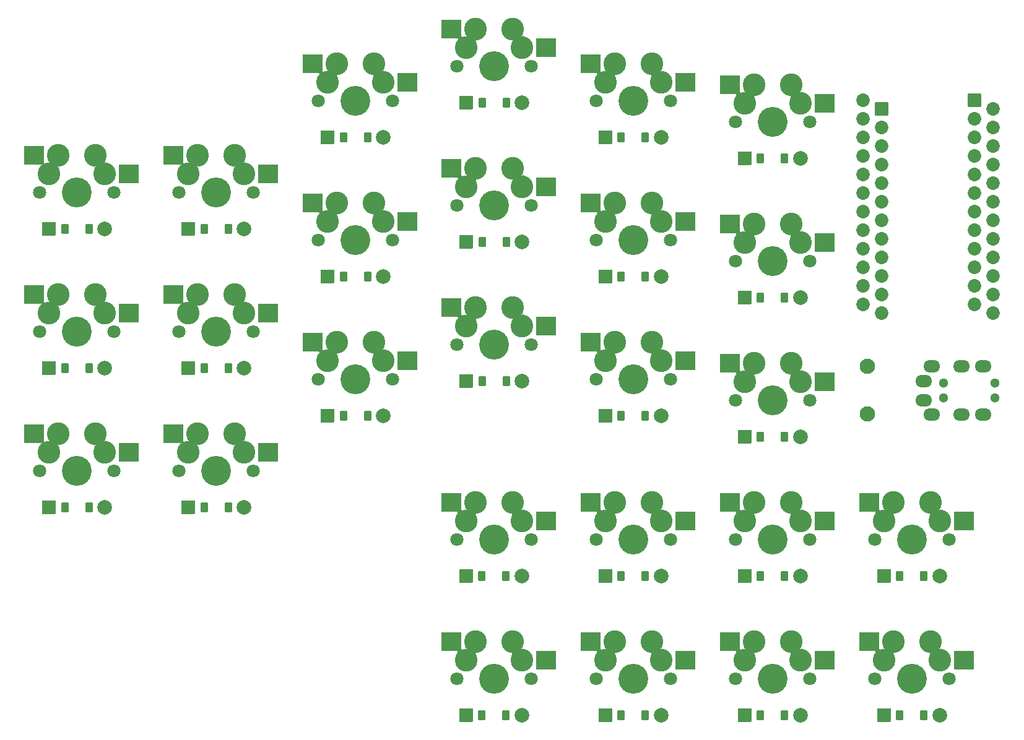
<source format=gbr>
%TF.GenerationSoftware,KiCad,Pcbnew,(6.0.8)*%
%TF.CreationDate,2022-10-22T23:02:28+01:00*%
%TF.ProjectId,board,626f6172-642e-46b6-9963-61645f706362,v1.0.0*%
%TF.SameCoordinates,Original*%
%TF.FileFunction,Soldermask,Top*%
%TF.FilePolarity,Negative*%
%FSLAX46Y46*%
G04 Gerber Fmt 4.6, Leading zero omitted, Abs format (unit mm)*
G04 Created by KiCad (PCBNEW (6.0.8)) date 2022-10-22 23:02:28*
%MOMM*%
%LPD*%
G01*
G04 APERTURE LIST*
G04 Aperture macros list*
%AMRoundRect*
0 Rectangle with rounded corners*
0 $1 Rounding radius*
0 $2 $3 $4 $5 $6 $7 $8 $9 X,Y pos of 4 corners*
0 Add a 4 corners polygon primitive as box body*
4,1,4,$2,$3,$4,$5,$6,$7,$8,$9,$2,$3,0*
0 Add four circle primitives for the rounded corners*
1,1,$1+$1,$2,$3*
1,1,$1+$1,$4,$5*
1,1,$1+$1,$6,$7*
1,1,$1+$1,$8,$9*
0 Add four rect primitives between the rounded corners*
20,1,$1+$1,$2,$3,$4,$5,0*
20,1,$1+$1,$4,$5,$6,$7,0*
20,1,$1+$1,$6,$7,$8,$9,0*
20,1,$1+$1,$8,$9,$2,$3,0*%
G04 Aperture macros list end*
%ADD10C,4.087800*%
%ADD11C,1.801800*%
%ADD12C,3.100000*%
%ADD13RoundRect,0.050000X1.275000X1.250000X-1.275000X1.250000X-1.275000X-1.250000X1.275000X-1.250000X0*%
%ADD14RoundRect,0.050000X-0.450000X-0.600000X0.450000X-0.600000X0.450000X0.600000X-0.450000X0.600000X0*%
%ADD15C,2.005000*%
%ADD16RoundRect,0.050000X-0.889000X-0.889000X0.889000X-0.889000X0.889000X0.889000X-0.889000X0.889000X0*%
%ADD17RoundRect,0.050000X-0.876300X0.876300X-0.876300X-0.876300X0.876300X-0.876300X0.876300X0.876300X0*%
%ADD18C,1.852600*%
%ADD19C,1.300000*%
%ADD20O,2.300000X1.700000*%
%ADD21C,2.100000*%
G04 APERTURE END LIST*
D10*
%TO.C,S1*%
X19050000Y0D03*
D11*
X24130000Y0D03*
X13970000Y0D03*
D12*
X21590000Y5080000D03*
X15240000Y2540000D03*
X16510000Y5080000D03*
X22860000Y2540000D03*
D13*
X26135000Y2540000D03*
X13208000Y5080000D03*
%TD*%
D14*
%TO.C,D1*%
X17400000Y-5000000D03*
X20700000Y-5000000D03*
D15*
X22860000Y-5000000D03*
D16*
X15240000Y-5000000D03*
%TD*%
D10*
%TO.C,S2*%
X19050000Y19050000D03*
D11*
X24130000Y19050000D03*
X13970000Y19050000D03*
D12*
X21590000Y24130000D03*
X15240000Y21590000D03*
X16510000Y24130000D03*
X22860000Y21590000D03*
D13*
X26135000Y21590000D03*
X13208000Y24130000D03*
%TD*%
D14*
%TO.C,D2*%
X17400000Y14050000D03*
X20700000Y14050000D03*
D15*
X22860000Y14050000D03*
D16*
X15240000Y14050000D03*
%TD*%
D10*
%TO.C,S3*%
X19050000Y38100000D03*
D11*
X24130000Y38100000D03*
X13970000Y38100000D03*
D12*
X21590000Y43180000D03*
X15240000Y40640000D03*
X16510000Y43180000D03*
X22860000Y40640000D03*
D13*
X26135000Y40640000D03*
X13208000Y43180000D03*
%TD*%
D14*
%TO.C,D3*%
X17400000Y33100000D03*
X20700000Y33100000D03*
D15*
X22860000Y33100000D03*
D16*
X15240000Y33100000D03*
%TD*%
D10*
%TO.C,S4*%
X38100000Y0D03*
D11*
X43180000Y0D03*
X33020000Y0D03*
D12*
X40640000Y5080000D03*
X34290000Y2540000D03*
X35560000Y5080000D03*
X41910000Y2540000D03*
D13*
X45185000Y2540000D03*
X32258000Y5080000D03*
%TD*%
D14*
%TO.C,D4*%
X36450000Y-5000000D03*
X39750000Y-5000000D03*
D15*
X41910000Y-5000000D03*
D16*
X34290000Y-5000000D03*
%TD*%
D10*
%TO.C,S5*%
X38100000Y19050000D03*
D11*
X43180000Y19050000D03*
X33020000Y19050000D03*
D12*
X40640000Y24130000D03*
X34290000Y21590000D03*
X35560000Y24130000D03*
X41910000Y21590000D03*
D13*
X45185000Y21590000D03*
X32258000Y24130000D03*
%TD*%
D14*
%TO.C,D5*%
X36450000Y14050000D03*
X39750000Y14050000D03*
D15*
X41910000Y14050000D03*
D16*
X34290000Y14050000D03*
%TD*%
D10*
%TO.C,S6*%
X38100000Y38100000D03*
D11*
X43180000Y38100000D03*
X33020000Y38100000D03*
D12*
X40640000Y43180000D03*
X34290000Y40640000D03*
X35560000Y43180000D03*
X41910000Y40640000D03*
D13*
X45185000Y40640000D03*
X32258000Y43180000D03*
%TD*%
D14*
%TO.C,D6*%
X36450000Y33100000D03*
X39750000Y33100000D03*
D15*
X41910000Y33100000D03*
D16*
X34290000Y33100000D03*
%TD*%
D10*
%TO.C,S7*%
X57150000Y12573000D03*
D11*
X62230000Y12573000D03*
X52070000Y12573000D03*
D12*
X59690000Y17653000D03*
X53340000Y15113000D03*
X54610000Y17653000D03*
X60960000Y15113000D03*
D13*
X64235000Y15113000D03*
X51308000Y17653000D03*
%TD*%
D14*
%TO.C,D7*%
X55500000Y7573000D03*
X58800000Y7573000D03*
D15*
X60960000Y7573000D03*
D16*
X53340000Y7573000D03*
%TD*%
D10*
%TO.C,S8*%
X57150000Y31623000D03*
D11*
X62230000Y31623000D03*
X52070000Y31623000D03*
D12*
X59690000Y36703000D03*
X53340000Y34163000D03*
X54610000Y36703000D03*
X60960000Y34163000D03*
D13*
X64235000Y34163000D03*
X51308000Y36703000D03*
%TD*%
D14*
%TO.C,D8*%
X55500000Y26623000D03*
X58800000Y26623000D03*
D15*
X60960000Y26623000D03*
D16*
X53340000Y26623000D03*
%TD*%
D10*
%TO.C,S9*%
X57150000Y50673000D03*
D11*
X62230000Y50673000D03*
X52070000Y50673000D03*
D12*
X59690000Y55753000D03*
X53340000Y53213000D03*
X54610000Y55753000D03*
X60960000Y53213000D03*
D13*
X64235000Y53213000D03*
X51308000Y55753000D03*
%TD*%
D14*
%TO.C,D9*%
X55500000Y45673000D03*
X58800000Y45673000D03*
D15*
X60960000Y45673000D03*
D16*
X53340000Y45673000D03*
%TD*%
D10*
%TO.C,S10*%
X76150000Y17335500D03*
D11*
X81230000Y17335500D03*
X71070000Y17335500D03*
D12*
X78690000Y22415500D03*
X72340000Y19875500D03*
X73610000Y22415500D03*
X79960000Y19875500D03*
D13*
X83235000Y19875500D03*
X70308000Y22415500D03*
%TD*%
D14*
%TO.C,D10*%
X74500000Y12335500D03*
X77800000Y12335500D03*
D15*
X79960000Y12335500D03*
D16*
X72340000Y12335500D03*
%TD*%
D10*
%TO.C,S11*%
X76150000Y36385500D03*
D11*
X81230000Y36385500D03*
X71070000Y36385500D03*
D12*
X78690000Y41465500D03*
X72340000Y38925500D03*
X73610000Y41465500D03*
X79960000Y38925500D03*
D13*
X83235000Y38925500D03*
X70308000Y41465500D03*
%TD*%
D14*
%TO.C,D11*%
X74500000Y31385500D03*
X77800000Y31385500D03*
D15*
X79960000Y31385500D03*
D16*
X72340000Y31385500D03*
%TD*%
D10*
%TO.C,S12*%
X76150000Y55435500D03*
D11*
X81230000Y55435500D03*
X71070000Y55435500D03*
D12*
X78690000Y60515500D03*
X72340000Y57975500D03*
X73610000Y60515500D03*
X79960000Y57975500D03*
D13*
X83235000Y57975500D03*
X70308000Y60515500D03*
%TD*%
D14*
%TO.C,D12*%
X74500000Y50435500D03*
X77800000Y50435500D03*
D15*
X79960000Y50435500D03*
D16*
X72340000Y50435500D03*
%TD*%
D10*
%TO.C,S13*%
X95150000Y12573000D03*
D11*
X100230000Y12573000D03*
X90070000Y12573000D03*
D12*
X97690000Y17653000D03*
X91340000Y15113000D03*
X92610000Y17653000D03*
X98960000Y15113000D03*
D13*
X102235000Y15113000D03*
X89308000Y17653000D03*
%TD*%
D14*
%TO.C,D13*%
X93500000Y7573000D03*
X96800000Y7573000D03*
D15*
X98960000Y7573000D03*
D16*
X91340000Y7573000D03*
%TD*%
D10*
%TO.C,S14*%
X95150000Y31623000D03*
D11*
X100230000Y31623000D03*
X90070000Y31623000D03*
D12*
X97690000Y36703000D03*
X91340000Y34163000D03*
X92610000Y36703000D03*
X98960000Y34163000D03*
D13*
X102235000Y34163000D03*
X89308000Y36703000D03*
%TD*%
D14*
%TO.C,D14*%
X93500000Y26623000D03*
X96800000Y26623000D03*
D15*
X98960000Y26623000D03*
D16*
X91340000Y26623000D03*
%TD*%
D10*
%TO.C,S15*%
X95150000Y50673000D03*
D11*
X100230000Y50673000D03*
X90070000Y50673000D03*
D12*
X97690000Y55753000D03*
X91340000Y53213000D03*
X92610000Y55753000D03*
X98960000Y53213000D03*
D13*
X102235000Y53213000D03*
X89308000Y55753000D03*
%TD*%
D14*
%TO.C,D15*%
X93500000Y45673000D03*
X96800000Y45673000D03*
D15*
X98960000Y45673000D03*
D16*
X91340000Y45673000D03*
%TD*%
D10*
%TO.C,S16*%
X114200000Y9715500D03*
D11*
X119280000Y9715500D03*
X109120000Y9715500D03*
D12*
X116740000Y14795500D03*
X110390000Y12255500D03*
X111660000Y14795500D03*
X118010000Y12255500D03*
D13*
X121285000Y12255500D03*
X108358000Y14795500D03*
%TD*%
D14*
%TO.C,D16*%
X112550000Y4715500D03*
X115850000Y4715500D03*
D15*
X118010000Y4715500D03*
D16*
X110390000Y4715500D03*
%TD*%
D10*
%TO.C,S17*%
X114200000Y28765500D03*
D11*
X119280000Y28765500D03*
X109120000Y28765500D03*
D12*
X116740000Y33845500D03*
X110390000Y31305500D03*
X111660000Y33845500D03*
X118010000Y31305500D03*
D13*
X121285000Y31305500D03*
X108358000Y33845500D03*
%TD*%
D14*
%TO.C,D17*%
X112550000Y23765500D03*
X115850000Y23765500D03*
D15*
X118010000Y23765500D03*
D16*
X110390000Y23765500D03*
%TD*%
D10*
%TO.C,S18*%
X114200000Y47815500D03*
D11*
X119280000Y47815500D03*
X109120000Y47815500D03*
D12*
X116740000Y52895500D03*
X110390000Y50355500D03*
X111660000Y52895500D03*
X118010000Y50355500D03*
D13*
X121285000Y50355500D03*
X108358000Y52895500D03*
%TD*%
D14*
%TO.C,D18*%
X112550000Y42815500D03*
X115850000Y42815500D03*
D15*
X118010000Y42815500D03*
D16*
X110390000Y42815500D03*
%TD*%
D10*
%TO.C,S19*%
X76100000Y-9334500D03*
D11*
X81180000Y-9334500D03*
X71020000Y-9334500D03*
D12*
X78640000Y-4254500D03*
X72290000Y-6794500D03*
X73560000Y-4254500D03*
X79910000Y-6794500D03*
D13*
X83185000Y-6794500D03*
X70258000Y-4254500D03*
%TD*%
D14*
%TO.C,D19*%
X74450000Y-14334500D03*
X77750000Y-14334500D03*
D15*
X79910000Y-14334500D03*
D16*
X72290000Y-14334500D03*
%TD*%
D10*
%TO.C,S20*%
X76100000Y-28384500D03*
D11*
X81180000Y-28384500D03*
X71020000Y-28384500D03*
D12*
X78640000Y-23304500D03*
X72290000Y-25844500D03*
X73560000Y-23304500D03*
X79910000Y-25844500D03*
D13*
X83185000Y-25844500D03*
X70258000Y-23304500D03*
%TD*%
D14*
%TO.C,D20*%
X74450000Y-33384500D03*
X77750000Y-33384500D03*
D15*
X79910000Y-33384500D03*
D16*
X72290000Y-33384500D03*
%TD*%
D10*
%TO.C,S21*%
X95150000Y-9334500D03*
D11*
X100230000Y-9334500D03*
X90070000Y-9334500D03*
D12*
X97690000Y-4254500D03*
X91340000Y-6794500D03*
X92610000Y-4254500D03*
X98960000Y-6794500D03*
D13*
X102235000Y-6794500D03*
X89308000Y-4254500D03*
%TD*%
D14*
%TO.C,D21*%
X93500000Y-14334500D03*
X96800000Y-14334500D03*
D15*
X98960000Y-14334500D03*
D16*
X91340000Y-14334500D03*
%TD*%
D10*
%TO.C,S22*%
X95150000Y-28384500D03*
D11*
X100230000Y-28384500D03*
X90070000Y-28384500D03*
D12*
X97690000Y-23304500D03*
X91340000Y-25844500D03*
X92610000Y-23304500D03*
X98960000Y-25844500D03*
D13*
X102235000Y-25844500D03*
X89308000Y-23304500D03*
%TD*%
D14*
%TO.C,D22*%
X93500000Y-33384500D03*
X96800000Y-33384500D03*
D15*
X98960000Y-33384500D03*
D16*
X91340000Y-33384500D03*
%TD*%
D10*
%TO.C,S23*%
X114200000Y-9334500D03*
D11*
X119280000Y-9334500D03*
X109120000Y-9334500D03*
D12*
X116740000Y-4254500D03*
X110390000Y-6794500D03*
X111660000Y-4254500D03*
X118010000Y-6794500D03*
D13*
X121285000Y-6794500D03*
X108358000Y-4254500D03*
%TD*%
D14*
%TO.C,D23*%
X112550000Y-14334500D03*
X115850000Y-14334500D03*
D15*
X118010000Y-14334500D03*
D16*
X110390000Y-14334500D03*
%TD*%
D10*
%TO.C,S24*%
X114200000Y-28384500D03*
D11*
X119280000Y-28384500D03*
X109120000Y-28384500D03*
D12*
X116740000Y-23304500D03*
X110390000Y-25844500D03*
X111660000Y-23304500D03*
X118010000Y-25844500D03*
D13*
X121285000Y-25844500D03*
X108358000Y-23304500D03*
%TD*%
D14*
%TO.C,D24*%
X112550000Y-33384500D03*
X115850000Y-33384500D03*
D15*
X118010000Y-33384500D03*
D16*
X110390000Y-33384500D03*
%TD*%
D10*
%TO.C,S25*%
X133250000Y-9334500D03*
D11*
X138330000Y-9334500D03*
X128170000Y-9334500D03*
D12*
X135790000Y-4254500D03*
X129440000Y-6794500D03*
X130710000Y-4254500D03*
X137060000Y-6794500D03*
D13*
X140335000Y-6794500D03*
X127408000Y-4254500D03*
%TD*%
D14*
%TO.C,D25*%
X131600000Y-14334500D03*
X134900000Y-14334500D03*
D15*
X137060000Y-14334500D03*
D16*
X129440000Y-14334500D03*
%TD*%
D10*
%TO.C,S26*%
X133250000Y-28384500D03*
D11*
X138330000Y-28384500D03*
X128170000Y-28384500D03*
D12*
X135790000Y-23304500D03*
X129440000Y-25844500D03*
X130710000Y-23304500D03*
X137060000Y-25844500D03*
D13*
X140335000Y-25844500D03*
X127408000Y-23304500D03*
%TD*%
D14*
%TO.C,D26*%
X131600000Y-33384500D03*
X134900000Y-33384500D03*
D15*
X137060000Y-33384500D03*
D16*
X129440000Y-33384500D03*
%TD*%
D17*
%TO.C,MCU1*%
X141820000Y50785500D03*
D18*
X141820000Y48245500D03*
X141820000Y45705500D03*
X141820000Y43165500D03*
X141820000Y40625500D03*
X141820000Y38085500D03*
X141820000Y35545500D03*
X141820000Y33005500D03*
X141820000Y30465500D03*
X141820000Y27925500D03*
X141820000Y25385500D03*
X141820000Y22845500D03*
X126580000Y50785500D03*
X126580000Y48245500D03*
X126580000Y45705500D03*
X126580000Y43165500D03*
X126580000Y40625500D03*
X126580000Y38085500D03*
X126580000Y35545500D03*
X126580000Y33005500D03*
X126580000Y30465500D03*
X126580000Y27925500D03*
X126580000Y25385500D03*
X126580000Y22845500D03*
%TD*%
D17*
%TO.C,MCU2*%
X129080000Y49535500D03*
D18*
X129080000Y46995500D03*
X129080000Y44455500D03*
X129080000Y41915500D03*
X129080000Y39375500D03*
X129080000Y36835500D03*
X129080000Y34295500D03*
X129080000Y31755500D03*
X129080000Y29215500D03*
X129080000Y26675500D03*
X129080000Y24135500D03*
X129080000Y21595500D03*
X144320000Y49535500D03*
X144320000Y46995500D03*
X144320000Y44455500D03*
X144320000Y41915500D03*
X144320000Y39375500D03*
X144320000Y36835500D03*
X144320000Y34295500D03*
X144320000Y31755500D03*
X144320000Y29215500D03*
X144320000Y26675500D03*
X144320000Y24135500D03*
X144320000Y21595500D03*
%TD*%
D19*
%TO.C,TRRS1*%
X137600000Y10015500D03*
X144600000Y10015500D03*
D20*
X134900000Y12315500D03*
X136000000Y7715500D03*
X140000000Y7715500D03*
X143000000Y7715500D03*
%TD*%
D19*
%TO.C,TRRS2*%
X137600000Y12015500D03*
X144600000Y12015500D03*
D20*
X134900000Y9715500D03*
X136000000Y14315500D03*
X140000000Y14315500D03*
X143000000Y14315500D03*
%TD*%
D21*
%TO.C,B1*%
X127200000Y14315500D03*
X127200000Y7815500D03*
%TD*%
G36*
X135790000Y-24852494D02*
G01*
X135879294Y-24845466D01*
X135881099Y-24846327D01*
X135881256Y-24848321D01*
X135880972Y-24848759D01*
X135807645Y-24934615D01*
X135721722Y-25074828D01*
X135719965Y-25075782D01*
X135718259Y-25074737D01*
X135718307Y-25072745D01*
X135741690Y-25034211D01*
X135759559Y-24966989D01*
X135738341Y-24901061D01*
X135684761Y-24857000D01*
X135641332Y-24847246D01*
X135614490Y-24846191D01*
X135614196Y-24846158D01*
X135582710Y-24840180D01*
X135581195Y-24838874D01*
X135581568Y-24836909D01*
X135583240Y-24836221D01*
X135790000Y-24852494D01*
G37*
G36*
X78640000Y-24852494D02*
G01*
X78729294Y-24845466D01*
X78731099Y-24846327D01*
X78731256Y-24848321D01*
X78730972Y-24848759D01*
X78657645Y-24934615D01*
X78571722Y-25074828D01*
X78569965Y-25075782D01*
X78568259Y-25074737D01*
X78568307Y-25072745D01*
X78591690Y-25034211D01*
X78609559Y-24966989D01*
X78588341Y-24901061D01*
X78534761Y-24857000D01*
X78491332Y-24847246D01*
X78464490Y-24846191D01*
X78464196Y-24846158D01*
X78432710Y-24840180D01*
X78431195Y-24838874D01*
X78431568Y-24836909D01*
X78433240Y-24836221D01*
X78640000Y-24852494D01*
G37*
G36*
X116740000Y-24852494D02*
G01*
X116829294Y-24845466D01*
X116831099Y-24846327D01*
X116831256Y-24848321D01*
X116830972Y-24848759D01*
X116757645Y-24934615D01*
X116671722Y-25074828D01*
X116669965Y-25075782D01*
X116668259Y-25074737D01*
X116668307Y-25072745D01*
X116691690Y-25034211D01*
X116709559Y-24966989D01*
X116688341Y-24901061D01*
X116634761Y-24857000D01*
X116591332Y-24847246D01*
X116564490Y-24846191D01*
X116564196Y-24846158D01*
X116532710Y-24840180D01*
X116531195Y-24838874D01*
X116531568Y-24836909D01*
X116533240Y-24836221D01*
X116740000Y-24852494D01*
G37*
G36*
X97690000Y-24852494D02*
G01*
X97779294Y-24845466D01*
X97781099Y-24846327D01*
X97781256Y-24848321D01*
X97780972Y-24848759D01*
X97707645Y-24934615D01*
X97621722Y-25074828D01*
X97619965Y-25075782D01*
X97618259Y-25074737D01*
X97618307Y-25072745D01*
X97641690Y-25034211D01*
X97659559Y-24966989D01*
X97638341Y-24901061D01*
X97584761Y-24857000D01*
X97541332Y-24847246D01*
X97514490Y-24846191D01*
X97514196Y-24846158D01*
X97482710Y-24840180D01*
X97481195Y-24838874D01*
X97481568Y-24836909D01*
X97483240Y-24836221D01*
X97690000Y-24852494D01*
G37*
G36*
X73712043Y-24841531D02*
G01*
X73712200Y-24843525D01*
X73710613Y-24844652D01*
X73699975Y-24845817D01*
X73635766Y-24872563D01*
X73596380Y-24929531D01*
X73594039Y-24998913D01*
X73606361Y-25029268D01*
X73624544Y-25061083D01*
X73624536Y-25063083D01*
X73622799Y-25064075D01*
X73621103Y-25063120D01*
X73542355Y-24934615D01*
X73469028Y-24848759D01*
X73468664Y-24846792D01*
X73470185Y-24845493D01*
X73470706Y-24845466D01*
X73560000Y-24852494D01*
X73710238Y-24840670D01*
X73712043Y-24841531D01*
G37*
G36*
X130862043Y-24841531D02*
G01*
X130862200Y-24843525D01*
X130860613Y-24844652D01*
X130849975Y-24845817D01*
X130785766Y-24872563D01*
X130746380Y-24929531D01*
X130744039Y-24998913D01*
X130756361Y-25029268D01*
X130774544Y-25061083D01*
X130774536Y-25063083D01*
X130772799Y-25064075D01*
X130771103Y-25063120D01*
X130692355Y-24934615D01*
X130619028Y-24848759D01*
X130618664Y-24846792D01*
X130620185Y-24845493D01*
X130620706Y-24845466D01*
X130710000Y-24852494D01*
X130860238Y-24840670D01*
X130862043Y-24841531D01*
G37*
G36*
X111812043Y-24841531D02*
G01*
X111812200Y-24843525D01*
X111810613Y-24844652D01*
X111799975Y-24845817D01*
X111735766Y-24872563D01*
X111696380Y-24929531D01*
X111694039Y-24998913D01*
X111706361Y-25029268D01*
X111724544Y-25061083D01*
X111724536Y-25063083D01*
X111722799Y-25064075D01*
X111721103Y-25063120D01*
X111642355Y-24934615D01*
X111569028Y-24848759D01*
X111568664Y-24846792D01*
X111570185Y-24845493D01*
X111570706Y-24845466D01*
X111660000Y-24852494D01*
X111810238Y-24840670D01*
X111812043Y-24841531D01*
G37*
G36*
X92762043Y-24841531D02*
G01*
X92762200Y-24843525D01*
X92760613Y-24844652D01*
X92749975Y-24845817D01*
X92685766Y-24872563D01*
X92646380Y-24929531D01*
X92644039Y-24998913D01*
X92656361Y-25029268D01*
X92674544Y-25061083D01*
X92674536Y-25063083D01*
X92672799Y-25064075D01*
X92671103Y-25063120D01*
X92592355Y-24934615D01*
X92519028Y-24848759D01*
X92518664Y-24846792D01*
X92520185Y-24845493D01*
X92520706Y-24845466D01*
X92610000Y-24852494D01*
X92760238Y-24840670D01*
X92762043Y-24841531D01*
G37*
G36*
X71364301Y-24603500D02*
G01*
X71364301Y-24605500D01*
X71363868Y-24606021D01*
X71195403Y-24749903D01*
X71101392Y-24859976D01*
X71099507Y-24860644D01*
X71097986Y-24859345D01*
X71098333Y-24857398D01*
X71139110Y-24808369D01*
X71166720Y-24744525D01*
X71155480Y-24676187D01*
X71109069Y-24624765D01*
X71044188Y-24606425D01*
X71042793Y-24604991D01*
X71043337Y-24603067D01*
X71044732Y-24602500D01*
X71362569Y-24602500D01*
X71364301Y-24603500D01*
G37*
G36*
X128514301Y-24603500D02*
G01*
X128514301Y-24605500D01*
X128513868Y-24606021D01*
X128345403Y-24749903D01*
X128251392Y-24859976D01*
X128249507Y-24860644D01*
X128247986Y-24859345D01*
X128248333Y-24857398D01*
X128289110Y-24808369D01*
X128316720Y-24744525D01*
X128305480Y-24676187D01*
X128259069Y-24624765D01*
X128194188Y-24606425D01*
X128192793Y-24604991D01*
X128193337Y-24603067D01*
X128194732Y-24602500D01*
X128512569Y-24602500D01*
X128514301Y-24603500D01*
G37*
G36*
X90414301Y-24603500D02*
G01*
X90414301Y-24605500D01*
X90413868Y-24606021D01*
X90245403Y-24749903D01*
X90151392Y-24859976D01*
X90149507Y-24860644D01*
X90147986Y-24859345D01*
X90148333Y-24857398D01*
X90189110Y-24808369D01*
X90216720Y-24744525D01*
X90205480Y-24676187D01*
X90159069Y-24624765D01*
X90094188Y-24606425D01*
X90092793Y-24604991D01*
X90093337Y-24603067D01*
X90094732Y-24602500D01*
X90412569Y-24602500D01*
X90414301Y-24603500D01*
G37*
G36*
X109464301Y-24603500D02*
G01*
X109464301Y-24605500D01*
X109463868Y-24606021D01*
X109295403Y-24749903D01*
X109201392Y-24859976D01*
X109199507Y-24860644D01*
X109197986Y-24859345D01*
X109198333Y-24857398D01*
X109239110Y-24808369D01*
X109266720Y-24744525D01*
X109255480Y-24676187D01*
X109209069Y-24624765D01*
X109144188Y-24606425D01*
X109142793Y-24604991D01*
X109143337Y-24603067D01*
X109144732Y-24602500D01*
X109462569Y-24602500D01*
X109464301Y-24603500D01*
G37*
G36*
X90634919Y-24273672D02*
G01*
X90654596Y-24340687D01*
X90706939Y-24386042D01*
X90775717Y-24395931D01*
X90792488Y-24392299D01*
X90827516Y-24382090D01*
X90829459Y-24382565D01*
X90830019Y-24384485D01*
X90828841Y-24385858D01*
X90637224Y-24465228D01*
X90634045Y-24467176D01*
X90632046Y-24467229D01*
X90631000Y-24465471D01*
X90631000Y-24274235D01*
X90632000Y-24272503D01*
X90634000Y-24272503D01*
X90634919Y-24273672D01*
G37*
G36*
X128734919Y-24273672D02*
G01*
X128754596Y-24340687D01*
X128806939Y-24386042D01*
X128875717Y-24395931D01*
X128892488Y-24392299D01*
X128927516Y-24382090D01*
X128929459Y-24382565D01*
X128930019Y-24384485D01*
X128928841Y-24385858D01*
X128737224Y-24465228D01*
X128734045Y-24467176D01*
X128732046Y-24467229D01*
X128731000Y-24465471D01*
X128731000Y-24274235D01*
X128732000Y-24272503D01*
X128734000Y-24272503D01*
X128734919Y-24273672D01*
G37*
G36*
X109684919Y-24273672D02*
G01*
X109704596Y-24340687D01*
X109756939Y-24386042D01*
X109825717Y-24395931D01*
X109842488Y-24392299D01*
X109877516Y-24382090D01*
X109879459Y-24382565D01*
X109880019Y-24384485D01*
X109878841Y-24385858D01*
X109687224Y-24465228D01*
X109684045Y-24467176D01*
X109682046Y-24467229D01*
X109681000Y-24465471D01*
X109681000Y-24274235D01*
X109682000Y-24272503D01*
X109684000Y-24272503D01*
X109684919Y-24273672D01*
G37*
G36*
X71584919Y-24273672D02*
G01*
X71604596Y-24340687D01*
X71656939Y-24386042D01*
X71725717Y-24395931D01*
X71742488Y-24392299D01*
X71777516Y-24382090D01*
X71779459Y-24382565D01*
X71780019Y-24384485D01*
X71778841Y-24385858D01*
X71587224Y-24465228D01*
X71584045Y-24467176D01*
X71582046Y-24467229D01*
X71581000Y-24465471D01*
X71581000Y-24274235D01*
X71582000Y-24272503D01*
X71584000Y-24272503D01*
X71584919Y-24273672D01*
G37*
G36*
X137161142Y-24026285D02*
G01*
X137161208Y-24028060D01*
X137153689Y-24044751D01*
X137153547Y-24045012D01*
X137111415Y-24110513D01*
X137091791Y-24177247D01*
X137111277Y-24243707D01*
X137163722Y-24289187D01*
X137195072Y-24298717D01*
X137247518Y-24307259D01*
X137249067Y-24308524D01*
X137248746Y-24310498D01*
X137247040Y-24311227D01*
X137060000Y-24296506D01*
X136970706Y-24303534D01*
X136968901Y-24302673D01*
X136968744Y-24300679D01*
X136969028Y-24300241D01*
X137042355Y-24214385D01*
X137157679Y-24026194D01*
X137159436Y-24025240D01*
X137161142Y-24026285D01*
G37*
G36*
X118111142Y-24026285D02*
G01*
X118111208Y-24028060D01*
X118103689Y-24044751D01*
X118103547Y-24045012D01*
X118061415Y-24110513D01*
X118041791Y-24177247D01*
X118061277Y-24243707D01*
X118113722Y-24289187D01*
X118145072Y-24298717D01*
X118197518Y-24307259D01*
X118199067Y-24308524D01*
X118198746Y-24310498D01*
X118197040Y-24311227D01*
X118010000Y-24296506D01*
X117920706Y-24303534D01*
X117918901Y-24302673D01*
X117918744Y-24300679D01*
X117919028Y-24300241D01*
X117992355Y-24214385D01*
X118107679Y-24026194D01*
X118109436Y-24025240D01*
X118111142Y-24026285D01*
G37*
G36*
X80011142Y-24026285D02*
G01*
X80011208Y-24028060D01*
X80003689Y-24044751D01*
X80003547Y-24045012D01*
X79961415Y-24110513D01*
X79941791Y-24177247D01*
X79961277Y-24243707D01*
X80013722Y-24289187D01*
X80045072Y-24298717D01*
X80097518Y-24307259D01*
X80099067Y-24308524D01*
X80098746Y-24310498D01*
X80097040Y-24311227D01*
X79910000Y-24296506D01*
X79820706Y-24303534D01*
X79818901Y-24302673D01*
X79818744Y-24300679D01*
X79819028Y-24300241D01*
X79892355Y-24214385D01*
X80007679Y-24026194D01*
X80009436Y-24025240D01*
X80011142Y-24026285D01*
G37*
G36*
X99061142Y-24026285D02*
G01*
X99061208Y-24028060D01*
X99053689Y-24044751D01*
X99053547Y-24045012D01*
X99011415Y-24110513D01*
X98991791Y-24177247D01*
X99011277Y-24243707D01*
X99063722Y-24289187D01*
X99095072Y-24298717D01*
X99147518Y-24307259D01*
X99149067Y-24308524D01*
X99148746Y-24310498D01*
X99147040Y-24311227D01*
X98960000Y-24296506D01*
X98870706Y-24303534D01*
X98868901Y-24302673D01*
X98868744Y-24300679D01*
X98869028Y-24300241D01*
X98942355Y-24214385D01*
X99057679Y-24026194D01*
X99059436Y-24025240D01*
X99061142Y-24026285D01*
G37*
G36*
X72219694Y-24070861D02*
G01*
X72307645Y-24214385D01*
X72380972Y-24300241D01*
X72381336Y-24302208D01*
X72379815Y-24303507D01*
X72379294Y-24303534D01*
X72290000Y-24296506D01*
X72122184Y-24309714D01*
X72120379Y-24308853D01*
X72120222Y-24306859D01*
X72121757Y-24305738D01*
X72150431Y-24301835D01*
X72213917Y-24273419D01*
X72251798Y-24215439D01*
X72252322Y-24145992D01*
X72242427Y-24121614D01*
X72216227Y-24072853D01*
X72216288Y-24070854D01*
X72218050Y-24069907D01*
X72219694Y-24070861D01*
G37*
G36*
X91269694Y-24070861D02*
G01*
X91357645Y-24214385D01*
X91430972Y-24300241D01*
X91431336Y-24302208D01*
X91429815Y-24303507D01*
X91429294Y-24303534D01*
X91340000Y-24296506D01*
X91172184Y-24309714D01*
X91170379Y-24308853D01*
X91170222Y-24306859D01*
X91171757Y-24305738D01*
X91200431Y-24301835D01*
X91263917Y-24273419D01*
X91301798Y-24215439D01*
X91302322Y-24145992D01*
X91292427Y-24121614D01*
X91266227Y-24072853D01*
X91266288Y-24070854D01*
X91268050Y-24069907D01*
X91269694Y-24070861D01*
G37*
G36*
X110319694Y-24070861D02*
G01*
X110407645Y-24214385D01*
X110480972Y-24300241D01*
X110481336Y-24302208D01*
X110479815Y-24303507D01*
X110479294Y-24303534D01*
X110390000Y-24296506D01*
X110222184Y-24309714D01*
X110220379Y-24308853D01*
X110220222Y-24306859D01*
X110221757Y-24305738D01*
X110250431Y-24301835D01*
X110313917Y-24273419D01*
X110351798Y-24215439D01*
X110352322Y-24145992D01*
X110342427Y-24121614D01*
X110316227Y-24072853D01*
X110316288Y-24070854D01*
X110318050Y-24069907D01*
X110319694Y-24070861D01*
G37*
G36*
X129369694Y-24070861D02*
G01*
X129457645Y-24214385D01*
X129530972Y-24300241D01*
X129531336Y-24302208D01*
X129529815Y-24303507D01*
X129529294Y-24303534D01*
X129440000Y-24296506D01*
X129272184Y-24309714D01*
X129270379Y-24308853D01*
X129270222Y-24306859D01*
X129271757Y-24305738D01*
X129300431Y-24301835D01*
X129363917Y-24273419D01*
X129401798Y-24215439D01*
X129402322Y-24145992D01*
X129392427Y-24121614D01*
X129366227Y-24072853D01*
X129366288Y-24070854D01*
X129368050Y-24069907D01*
X129369694Y-24070861D01*
G37*
G36*
X135790000Y-5802494D02*
G01*
X135879294Y-5795466D01*
X135881099Y-5796327D01*
X135881256Y-5798321D01*
X135880972Y-5798759D01*
X135807645Y-5884615D01*
X135721722Y-6024828D01*
X135719965Y-6025782D01*
X135718259Y-6024737D01*
X135718307Y-6022745D01*
X135741690Y-5984211D01*
X135759559Y-5916989D01*
X135738341Y-5851061D01*
X135684761Y-5807000D01*
X135641332Y-5797246D01*
X135614490Y-5796191D01*
X135614196Y-5796158D01*
X135582710Y-5790180D01*
X135581195Y-5788874D01*
X135581568Y-5786909D01*
X135583240Y-5786221D01*
X135790000Y-5802494D01*
G37*
G36*
X116740000Y-5802494D02*
G01*
X116829294Y-5795466D01*
X116831099Y-5796327D01*
X116831256Y-5798321D01*
X116830972Y-5798759D01*
X116757645Y-5884615D01*
X116671722Y-6024828D01*
X116669965Y-6025782D01*
X116668259Y-6024737D01*
X116668307Y-6022745D01*
X116691690Y-5984211D01*
X116709559Y-5916989D01*
X116688341Y-5851061D01*
X116634761Y-5807000D01*
X116591332Y-5797246D01*
X116564490Y-5796191D01*
X116564196Y-5796158D01*
X116532710Y-5790180D01*
X116531195Y-5788874D01*
X116531568Y-5786909D01*
X116533240Y-5786221D01*
X116740000Y-5802494D01*
G37*
G36*
X97690000Y-5802494D02*
G01*
X97779294Y-5795466D01*
X97781099Y-5796327D01*
X97781256Y-5798321D01*
X97780972Y-5798759D01*
X97707645Y-5884615D01*
X97621722Y-6024828D01*
X97619965Y-6025782D01*
X97618259Y-6024737D01*
X97618307Y-6022745D01*
X97641690Y-5984211D01*
X97659559Y-5916989D01*
X97638341Y-5851061D01*
X97584761Y-5807000D01*
X97541332Y-5797246D01*
X97514490Y-5796191D01*
X97514196Y-5796158D01*
X97482710Y-5790180D01*
X97481195Y-5788874D01*
X97481568Y-5786909D01*
X97483240Y-5786221D01*
X97690000Y-5802494D01*
G37*
G36*
X78640000Y-5802494D02*
G01*
X78729294Y-5795466D01*
X78731099Y-5796327D01*
X78731256Y-5798321D01*
X78730972Y-5798759D01*
X78657645Y-5884615D01*
X78571722Y-6024828D01*
X78569965Y-6025782D01*
X78568259Y-6024737D01*
X78568307Y-6022745D01*
X78591690Y-5984211D01*
X78609559Y-5916989D01*
X78588341Y-5851061D01*
X78534761Y-5807000D01*
X78491332Y-5797246D01*
X78464490Y-5796191D01*
X78464196Y-5796158D01*
X78432710Y-5790180D01*
X78431195Y-5788874D01*
X78431568Y-5786909D01*
X78433240Y-5786221D01*
X78640000Y-5802494D01*
G37*
G36*
X111812043Y-5791531D02*
G01*
X111812200Y-5793525D01*
X111810613Y-5794652D01*
X111799975Y-5795817D01*
X111735766Y-5822563D01*
X111696380Y-5879531D01*
X111694039Y-5948913D01*
X111706361Y-5979268D01*
X111724544Y-6011083D01*
X111724536Y-6013083D01*
X111722799Y-6014075D01*
X111721103Y-6013120D01*
X111642355Y-5884615D01*
X111569028Y-5798759D01*
X111568664Y-5796792D01*
X111570185Y-5795493D01*
X111570706Y-5795466D01*
X111660000Y-5802494D01*
X111810238Y-5790670D01*
X111812043Y-5791531D01*
G37*
G36*
X73712043Y-5791531D02*
G01*
X73712200Y-5793525D01*
X73710613Y-5794652D01*
X73699975Y-5795817D01*
X73635766Y-5822563D01*
X73596380Y-5879531D01*
X73594039Y-5948913D01*
X73606361Y-5979268D01*
X73624544Y-6011083D01*
X73624536Y-6013083D01*
X73622799Y-6014075D01*
X73621103Y-6013120D01*
X73542355Y-5884615D01*
X73469028Y-5798759D01*
X73468664Y-5796792D01*
X73470185Y-5795493D01*
X73470706Y-5795466D01*
X73560000Y-5802494D01*
X73710238Y-5790670D01*
X73712043Y-5791531D01*
G37*
G36*
X92762043Y-5791531D02*
G01*
X92762200Y-5793525D01*
X92760613Y-5794652D01*
X92749975Y-5795817D01*
X92685766Y-5822563D01*
X92646380Y-5879531D01*
X92644039Y-5948913D01*
X92656361Y-5979268D01*
X92674544Y-6011083D01*
X92674536Y-6013083D01*
X92672799Y-6014075D01*
X92671103Y-6013120D01*
X92592355Y-5884615D01*
X92519028Y-5798759D01*
X92518664Y-5796792D01*
X92520185Y-5795493D01*
X92520706Y-5795466D01*
X92610000Y-5802494D01*
X92760238Y-5790670D01*
X92762043Y-5791531D01*
G37*
G36*
X130862043Y-5791531D02*
G01*
X130862200Y-5793525D01*
X130860613Y-5794652D01*
X130849975Y-5795817D01*
X130785766Y-5822563D01*
X130746380Y-5879531D01*
X130744039Y-5948913D01*
X130756361Y-5979268D01*
X130774544Y-6011083D01*
X130774536Y-6013083D01*
X130772799Y-6014075D01*
X130771103Y-6013120D01*
X130692355Y-5884615D01*
X130619028Y-5798759D01*
X130618664Y-5796792D01*
X130620185Y-5795493D01*
X130620706Y-5795466D01*
X130710000Y-5802494D01*
X130860238Y-5790670D01*
X130862043Y-5791531D01*
G37*
G36*
X71364301Y-5553500D02*
G01*
X71364301Y-5555500D01*
X71363868Y-5556021D01*
X71195403Y-5699903D01*
X71101392Y-5809976D01*
X71099507Y-5810644D01*
X71097986Y-5809345D01*
X71098333Y-5807398D01*
X71139110Y-5758369D01*
X71166720Y-5694525D01*
X71155480Y-5626187D01*
X71109069Y-5574765D01*
X71044188Y-5556425D01*
X71042793Y-5554991D01*
X71043337Y-5553067D01*
X71044732Y-5552500D01*
X71362569Y-5552500D01*
X71364301Y-5553500D01*
G37*
G36*
X90414301Y-5553500D02*
G01*
X90414301Y-5555500D01*
X90413868Y-5556021D01*
X90245403Y-5699903D01*
X90151392Y-5809976D01*
X90149507Y-5810644D01*
X90147986Y-5809345D01*
X90148333Y-5807398D01*
X90189110Y-5758369D01*
X90216720Y-5694525D01*
X90205480Y-5626187D01*
X90159069Y-5574765D01*
X90094188Y-5556425D01*
X90092793Y-5554991D01*
X90093337Y-5553067D01*
X90094732Y-5552500D01*
X90412569Y-5552500D01*
X90414301Y-5553500D01*
G37*
G36*
X109464301Y-5553500D02*
G01*
X109464301Y-5555500D01*
X109463868Y-5556021D01*
X109295403Y-5699903D01*
X109201392Y-5809976D01*
X109199507Y-5810644D01*
X109197986Y-5809345D01*
X109198333Y-5807398D01*
X109239110Y-5758369D01*
X109266720Y-5694525D01*
X109255480Y-5626187D01*
X109209069Y-5574765D01*
X109144188Y-5556425D01*
X109142793Y-5554991D01*
X109143337Y-5553067D01*
X109144732Y-5552500D01*
X109462569Y-5552500D01*
X109464301Y-5553500D01*
G37*
G36*
X128514301Y-5553500D02*
G01*
X128514301Y-5555500D01*
X128513868Y-5556021D01*
X128345403Y-5699903D01*
X128251392Y-5809976D01*
X128249507Y-5810644D01*
X128247986Y-5809345D01*
X128248333Y-5807398D01*
X128289110Y-5758369D01*
X128316720Y-5694525D01*
X128305480Y-5626187D01*
X128259069Y-5574765D01*
X128194188Y-5556425D01*
X128192793Y-5554991D01*
X128193337Y-5553067D01*
X128194732Y-5552500D01*
X128512569Y-5552500D01*
X128514301Y-5553500D01*
G37*
G36*
X71584919Y-5223672D02*
G01*
X71604596Y-5290687D01*
X71656939Y-5336042D01*
X71725717Y-5345931D01*
X71742488Y-5342299D01*
X71777516Y-5332090D01*
X71779459Y-5332565D01*
X71780019Y-5334485D01*
X71778841Y-5335858D01*
X71587224Y-5415228D01*
X71584045Y-5417176D01*
X71582046Y-5417229D01*
X71581000Y-5415471D01*
X71581000Y-5224235D01*
X71582000Y-5222503D01*
X71584000Y-5222503D01*
X71584919Y-5223672D01*
G37*
G36*
X90634919Y-5223672D02*
G01*
X90654596Y-5290687D01*
X90706939Y-5336042D01*
X90775717Y-5345931D01*
X90792488Y-5342299D01*
X90827516Y-5332090D01*
X90829459Y-5332565D01*
X90830019Y-5334485D01*
X90828841Y-5335858D01*
X90637224Y-5415228D01*
X90634045Y-5417176D01*
X90632046Y-5417229D01*
X90631000Y-5415471D01*
X90631000Y-5224235D01*
X90632000Y-5222503D01*
X90634000Y-5222503D01*
X90634919Y-5223672D01*
G37*
G36*
X109684919Y-5223672D02*
G01*
X109704596Y-5290687D01*
X109756939Y-5336042D01*
X109825717Y-5345931D01*
X109842488Y-5342299D01*
X109877516Y-5332090D01*
X109879459Y-5332565D01*
X109880019Y-5334485D01*
X109878841Y-5335858D01*
X109687224Y-5415228D01*
X109684045Y-5417176D01*
X109682046Y-5417229D01*
X109681000Y-5415471D01*
X109681000Y-5224235D01*
X109682000Y-5222503D01*
X109684000Y-5222503D01*
X109684919Y-5223672D01*
G37*
G36*
X128734919Y-5223672D02*
G01*
X128754596Y-5290687D01*
X128806939Y-5336042D01*
X128875717Y-5345931D01*
X128892488Y-5342299D01*
X128927516Y-5332090D01*
X128929459Y-5332565D01*
X128930019Y-5334485D01*
X128928841Y-5335858D01*
X128737224Y-5415228D01*
X128734045Y-5417176D01*
X128732046Y-5417229D01*
X128731000Y-5415471D01*
X128731000Y-5224235D01*
X128732000Y-5222503D01*
X128734000Y-5222503D01*
X128734919Y-5223672D01*
G37*
G36*
X99061142Y-4976285D02*
G01*
X99061208Y-4978060D01*
X99053689Y-4994751D01*
X99053547Y-4995012D01*
X99011415Y-5060513D01*
X98991791Y-5127247D01*
X99011277Y-5193707D01*
X99063722Y-5239187D01*
X99095072Y-5248717D01*
X99147518Y-5257259D01*
X99149067Y-5258524D01*
X99148746Y-5260498D01*
X99147040Y-5261227D01*
X98960000Y-5246506D01*
X98870706Y-5253534D01*
X98868901Y-5252673D01*
X98868744Y-5250679D01*
X98869028Y-5250241D01*
X98942355Y-5164385D01*
X99057679Y-4976194D01*
X99059436Y-4975240D01*
X99061142Y-4976285D01*
G37*
G36*
X80011142Y-4976285D02*
G01*
X80011208Y-4978060D01*
X80003689Y-4994751D01*
X80003547Y-4995012D01*
X79961415Y-5060513D01*
X79941791Y-5127247D01*
X79961277Y-5193707D01*
X80013722Y-5239187D01*
X80045072Y-5248717D01*
X80097518Y-5257259D01*
X80099067Y-5258524D01*
X80098746Y-5260498D01*
X80097040Y-5261227D01*
X79910000Y-5246506D01*
X79820706Y-5253534D01*
X79818901Y-5252673D01*
X79818744Y-5250679D01*
X79819028Y-5250241D01*
X79892355Y-5164385D01*
X80007679Y-4976194D01*
X80009436Y-4975240D01*
X80011142Y-4976285D01*
G37*
G36*
X137161142Y-4976285D02*
G01*
X137161208Y-4978060D01*
X137153689Y-4994751D01*
X137153547Y-4995012D01*
X137111415Y-5060513D01*
X137091791Y-5127247D01*
X137111277Y-5193707D01*
X137163722Y-5239187D01*
X137195072Y-5248717D01*
X137247518Y-5257259D01*
X137249067Y-5258524D01*
X137248746Y-5260498D01*
X137247040Y-5261227D01*
X137060000Y-5246506D01*
X136970706Y-5253534D01*
X136968901Y-5252673D01*
X136968744Y-5250679D01*
X136969028Y-5250241D01*
X137042355Y-5164385D01*
X137157679Y-4976194D01*
X137159436Y-4975240D01*
X137161142Y-4976285D01*
G37*
G36*
X118111142Y-4976285D02*
G01*
X118111208Y-4978060D01*
X118103689Y-4994751D01*
X118103547Y-4995012D01*
X118061415Y-5060513D01*
X118041791Y-5127247D01*
X118061277Y-5193707D01*
X118113722Y-5239187D01*
X118145072Y-5248717D01*
X118197518Y-5257259D01*
X118199067Y-5258524D01*
X118198746Y-5260498D01*
X118197040Y-5261227D01*
X118010000Y-5246506D01*
X117920706Y-5253534D01*
X117918901Y-5252673D01*
X117918744Y-5250679D01*
X117919028Y-5250241D01*
X117992355Y-5164385D01*
X118107679Y-4976194D01*
X118109436Y-4975240D01*
X118111142Y-4976285D01*
G37*
G36*
X129369694Y-5020861D02*
G01*
X129457645Y-5164385D01*
X129530972Y-5250241D01*
X129531336Y-5252208D01*
X129529815Y-5253507D01*
X129529294Y-5253534D01*
X129440000Y-5246506D01*
X129272184Y-5259714D01*
X129270379Y-5258853D01*
X129270222Y-5256859D01*
X129271757Y-5255738D01*
X129300431Y-5251835D01*
X129363917Y-5223419D01*
X129401798Y-5165439D01*
X129402322Y-5095992D01*
X129392427Y-5071614D01*
X129366227Y-5022853D01*
X129366288Y-5020854D01*
X129368050Y-5019907D01*
X129369694Y-5020861D01*
G37*
G36*
X110319694Y-5020861D02*
G01*
X110407645Y-5164385D01*
X110480972Y-5250241D01*
X110481336Y-5252208D01*
X110479815Y-5253507D01*
X110479294Y-5253534D01*
X110390000Y-5246506D01*
X110222184Y-5259714D01*
X110220379Y-5258853D01*
X110220222Y-5256859D01*
X110221757Y-5255738D01*
X110250431Y-5251835D01*
X110313917Y-5223419D01*
X110351798Y-5165439D01*
X110352322Y-5095992D01*
X110342427Y-5071614D01*
X110316227Y-5022853D01*
X110316288Y-5020854D01*
X110318050Y-5019907D01*
X110319694Y-5020861D01*
G37*
G36*
X72219694Y-5020861D02*
G01*
X72307645Y-5164385D01*
X72380972Y-5250241D01*
X72381336Y-5252208D01*
X72379815Y-5253507D01*
X72379294Y-5253534D01*
X72290000Y-5246506D01*
X72122184Y-5259714D01*
X72120379Y-5258853D01*
X72120222Y-5256859D01*
X72121757Y-5255738D01*
X72150431Y-5251835D01*
X72213917Y-5223419D01*
X72251798Y-5165439D01*
X72252322Y-5095992D01*
X72242427Y-5071614D01*
X72216227Y-5022853D01*
X72216288Y-5020854D01*
X72218050Y-5019907D01*
X72219694Y-5020861D01*
G37*
G36*
X91269694Y-5020861D02*
G01*
X91357645Y-5164385D01*
X91430972Y-5250241D01*
X91431336Y-5252208D01*
X91429815Y-5253507D01*
X91429294Y-5253534D01*
X91340000Y-5246506D01*
X91172184Y-5259714D01*
X91170379Y-5258853D01*
X91170222Y-5256859D01*
X91171757Y-5255738D01*
X91200431Y-5251835D01*
X91263917Y-5223419D01*
X91301798Y-5165439D01*
X91302322Y-5095992D01*
X91292427Y-5071614D01*
X91266227Y-5022853D01*
X91266288Y-5020854D01*
X91268050Y-5019907D01*
X91269694Y-5020861D01*
G37*
G36*
X21590000Y3532006D02*
G01*
X21679294Y3539034D01*
X21681099Y3538173D01*
X21681256Y3536179D01*
X21680972Y3535741D01*
X21607645Y3449885D01*
X21521722Y3309672D01*
X21519965Y3308718D01*
X21518259Y3309763D01*
X21518307Y3311755D01*
X21541690Y3350289D01*
X21559559Y3417511D01*
X21538341Y3483439D01*
X21484761Y3527500D01*
X21441332Y3537254D01*
X21414490Y3538309D01*
X21414196Y3538342D01*
X21382710Y3544320D01*
X21381195Y3545626D01*
X21381568Y3547591D01*
X21383240Y3548279D01*
X21590000Y3532006D01*
G37*
G36*
X40640000Y3532006D02*
G01*
X40729294Y3539034D01*
X40731099Y3538173D01*
X40731256Y3536179D01*
X40730972Y3535741D01*
X40657645Y3449885D01*
X40571722Y3309672D01*
X40569965Y3308718D01*
X40568259Y3309763D01*
X40568307Y3311755D01*
X40591690Y3350289D01*
X40609559Y3417511D01*
X40588341Y3483439D01*
X40534761Y3527500D01*
X40491332Y3537254D01*
X40464490Y3538309D01*
X40464196Y3538342D01*
X40432710Y3544320D01*
X40431195Y3545626D01*
X40431568Y3547591D01*
X40433240Y3548279D01*
X40640000Y3532006D01*
G37*
G36*
X16662043Y3542969D02*
G01*
X16662200Y3540975D01*
X16660613Y3539848D01*
X16649975Y3538683D01*
X16585766Y3511937D01*
X16546380Y3454969D01*
X16544039Y3385587D01*
X16556361Y3355232D01*
X16574544Y3323417D01*
X16574536Y3321417D01*
X16572799Y3320425D01*
X16571103Y3321380D01*
X16492355Y3449885D01*
X16419028Y3535741D01*
X16418664Y3537708D01*
X16420185Y3539007D01*
X16420706Y3539034D01*
X16510000Y3532006D01*
X16660238Y3543830D01*
X16662043Y3542969D01*
G37*
G36*
X35712043Y3542969D02*
G01*
X35712200Y3540975D01*
X35710613Y3539848D01*
X35699975Y3538683D01*
X35635766Y3511937D01*
X35596380Y3454969D01*
X35594039Y3385587D01*
X35606361Y3355232D01*
X35624544Y3323417D01*
X35624536Y3321417D01*
X35622799Y3320425D01*
X35621103Y3321380D01*
X35542355Y3449885D01*
X35469028Y3535741D01*
X35468664Y3537708D01*
X35470185Y3539007D01*
X35470706Y3539034D01*
X35560000Y3532006D01*
X35710238Y3543830D01*
X35712043Y3542969D01*
G37*
G36*
X33364301Y3781000D02*
G01*
X33364301Y3779000D01*
X33363868Y3778479D01*
X33195403Y3634597D01*
X33101392Y3524524D01*
X33099507Y3523856D01*
X33097986Y3525155D01*
X33098333Y3527102D01*
X33139110Y3576131D01*
X33166720Y3639975D01*
X33155480Y3708313D01*
X33109069Y3759735D01*
X33044188Y3778075D01*
X33042793Y3779509D01*
X33043337Y3781433D01*
X33044732Y3782000D01*
X33362569Y3782000D01*
X33364301Y3781000D01*
G37*
G36*
X14314301Y3781000D02*
G01*
X14314301Y3779000D01*
X14313868Y3778479D01*
X14145403Y3634597D01*
X14051392Y3524524D01*
X14049507Y3523856D01*
X14047986Y3525155D01*
X14048333Y3527102D01*
X14089110Y3576131D01*
X14116720Y3639975D01*
X14105480Y3708313D01*
X14059069Y3759735D01*
X13994188Y3778075D01*
X13992793Y3779509D01*
X13993337Y3781433D01*
X13994732Y3782000D01*
X14312569Y3782000D01*
X14314301Y3781000D01*
G37*
G36*
X14534919Y4110828D02*
G01*
X14554596Y4043813D01*
X14606939Y3998458D01*
X14675717Y3988569D01*
X14692488Y3992201D01*
X14727516Y4002410D01*
X14729459Y4001935D01*
X14730019Y4000015D01*
X14728841Y3998642D01*
X14537224Y3919272D01*
X14534045Y3917324D01*
X14532046Y3917271D01*
X14531000Y3919029D01*
X14531000Y4110265D01*
X14532000Y4111997D01*
X14534000Y4111997D01*
X14534919Y4110828D01*
G37*
G36*
X33584919Y4110828D02*
G01*
X33604596Y4043813D01*
X33656939Y3998458D01*
X33725717Y3988569D01*
X33742488Y3992201D01*
X33777516Y4002410D01*
X33779459Y4001935D01*
X33780019Y4000015D01*
X33778841Y3998642D01*
X33587224Y3919272D01*
X33584045Y3917324D01*
X33582046Y3917271D01*
X33581000Y3919029D01*
X33581000Y4110265D01*
X33582000Y4111997D01*
X33584000Y4111997D01*
X33584919Y4110828D01*
G37*
G36*
X42011142Y4358215D02*
G01*
X42011208Y4356440D01*
X42003689Y4339749D01*
X42003547Y4339488D01*
X41961415Y4273987D01*
X41941791Y4207253D01*
X41961277Y4140793D01*
X42013722Y4095313D01*
X42045072Y4085783D01*
X42097518Y4077241D01*
X42099067Y4075976D01*
X42098746Y4074002D01*
X42097040Y4073273D01*
X41910000Y4087994D01*
X41820706Y4080966D01*
X41818901Y4081827D01*
X41818744Y4083821D01*
X41819028Y4084259D01*
X41892355Y4170115D01*
X42007679Y4358306D01*
X42009436Y4359260D01*
X42011142Y4358215D01*
G37*
G36*
X22961142Y4358215D02*
G01*
X22961208Y4356440D01*
X22953689Y4339749D01*
X22953547Y4339488D01*
X22911415Y4273987D01*
X22891791Y4207253D01*
X22911277Y4140793D01*
X22963722Y4095313D01*
X22995072Y4085783D01*
X23047518Y4077241D01*
X23049067Y4075976D01*
X23048746Y4074002D01*
X23047040Y4073273D01*
X22860000Y4087994D01*
X22770706Y4080966D01*
X22768901Y4081827D01*
X22768744Y4083821D01*
X22769028Y4084259D01*
X22842355Y4170115D01*
X22957679Y4358306D01*
X22959436Y4359260D01*
X22961142Y4358215D01*
G37*
G36*
X15169694Y4313639D02*
G01*
X15257645Y4170115D01*
X15330972Y4084259D01*
X15331336Y4082292D01*
X15329815Y4080993D01*
X15329294Y4080966D01*
X15240000Y4087994D01*
X15072184Y4074786D01*
X15070379Y4075647D01*
X15070222Y4077641D01*
X15071757Y4078762D01*
X15100431Y4082665D01*
X15163917Y4111081D01*
X15201798Y4169061D01*
X15202322Y4238508D01*
X15192427Y4262886D01*
X15166227Y4311647D01*
X15166288Y4313646D01*
X15168050Y4314593D01*
X15169694Y4313639D01*
G37*
G36*
X34219694Y4313639D02*
G01*
X34307645Y4170115D01*
X34380972Y4084259D01*
X34381336Y4082292D01*
X34379815Y4080993D01*
X34379294Y4080966D01*
X34290000Y4087994D01*
X34122184Y4074786D01*
X34120379Y4075647D01*
X34120222Y4077641D01*
X34121757Y4078762D01*
X34150431Y4082665D01*
X34213917Y4111081D01*
X34251798Y4169061D01*
X34252322Y4238508D01*
X34242427Y4262886D01*
X34216227Y4311647D01*
X34216288Y4313646D01*
X34218050Y4314593D01*
X34219694Y4313639D01*
G37*
G36*
X116740000Y13247506D02*
G01*
X116829294Y13254534D01*
X116831099Y13253673D01*
X116831256Y13251679D01*
X116830972Y13251241D01*
X116757645Y13165385D01*
X116671722Y13025172D01*
X116669965Y13024218D01*
X116668259Y13025263D01*
X116668307Y13027255D01*
X116691690Y13065789D01*
X116709559Y13133011D01*
X116688341Y13198939D01*
X116634761Y13243000D01*
X116591332Y13252754D01*
X116564490Y13253809D01*
X116564196Y13253842D01*
X116532710Y13259820D01*
X116531195Y13261126D01*
X116531568Y13263091D01*
X116533240Y13263779D01*
X116740000Y13247506D01*
G37*
G36*
X111812043Y13258469D02*
G01*
X111812200Y13256475D01*
X111810613Y13255348D01*
X111799975Y13254183D01*
X111735766Y13227437D01*
X111696380Y13170469D01*
X111694039Y13101087D01*
X111706361Y13070732D01*
X111724544Y13038917D01*
X111724536Y13036917D01*
X111722799Y13035925D01*
X111721103Y13036880D01*
X111642355Y13165385D01*
X111569028Y13251241D01*
X111568664Y13253208D01*
X111570185Y13254507D01*
X111570706Y13254534D01*
X111660000Y13247506D01*
X111810238Y13259330D01*
X111812043Y13258469D01*
G37*
G36*
X109464301Y13496500D02*
G01*
X109464301Y13494500D01*
X109463868Y13493979D01*
X109295403Y13350097D01*
X109201392Y13240024D01*
X109199507Y13239356D01*
X109197986Y13240655D01*
X109198333Y13242602D01*
X109239110Y13291631D01*
X109266720Y13355475D01*
X109255480Y13423813D01*
X109209069Y13475235D01*
X109144188Y13493575D01*
X109142793Y13495009D01*
X109143337Y13496933D01*
X109144732Y13497500D01*
X109462569Y13497500D01*
X109464301Y13496500D01*
G37*
G36*
X109684919Y13826328D02*
G01*
X109704596Y13759313D01*
X109756939Y13713958D01*
X109825717Y13704069D01*
X109842488Y13707701D01*
X109877516Y13717910D01*
X109879459Y13717435D01*
X109880019Y13715515D01*
X109878841Y13714142D01*
X109687224Y13634772D01*
X109684045Y13632824D01*
X109682046Y13632771D01*
X109681000Y13634529D01*
X109681000Y13825765D01*
X109682000Y13827497D01*
X109684000Y13827497D01*
X109684919Y13826328D01*
G37*
G36*
X118111142Y14073715D02*
G01*
X118111208Y14071940D01*
X118103689Y14055249D01*
X118103547Y14054988D01*
X118061415Y13989487D01*
X118041791Y13922753D01*
X118061277Y13856293D01*
X118113722Y13810813D01*
X118145072Y13801283D01*
X118197518Y13792741D01*
X118199067Y13791476D01*
X118198746Y13789502D01*
X118197040Y13788773D01*
X118010000Y13803494D01*
X117920706Y13796466D01*
X117918901Y13797327D01*
X117918744Y13799321D01*
X117919028Y13799759D01*
X117992355Y13885615D01*
X118107679Y14073806D01*
X118109436Y14074760D01*
X118111142Y14073715D01*
G37*
G36*
X110319694Y14029139D02*
G01*
X110407645Y13885615D01*
X110480972Y13799759D01*
X110481336Y13797792D01*
X110479815Y13796493D01*
X110479294Y13796466D01*
X110390000Y13803494D01*
X110222184Y13790286D01*
X110220379Y13791147D01*
X110220222Y13793141D01*
X110221757Y13794262D01*
X110250431Y13798165D01*
X110313917Y13826581D01*
X110351798Y13884561D01*
X110352322Y13954008D01*
X110342427Y13978386D01*
X110316227Y14027147D01*
X110316288Y14029146D01*
X110318050Y14030093D01*
X110319694Y14029139D01*
G37*
G36*
X59690000Y16105006D02*
G01*
X59779294Y16112034D01*
X59781099Y16111173D01*
X59781256Y16109179D01*
X59780972Y16108741D01*
X59707645Y16022885D01*
X59621722Y15882672D01*
X59619965Y15881718D01*
X59618259Y15882763D01*
X59618307Y15884755D01*
X59641690Y15923289D01*
X59659559Y15990511D01*
X59638341Y16056439D01*
X59584761Y16100500D01*
X59541332Y16110254D01*
X59514490Y16111309D01*
X59514196Y16111342D01*
X59482710Y16117320D01*
X59481195Y16118626D01*
X59481568Y16120591D01*
X59483240Y16121279D01*
X59690000Y16105006D01*
G37*
G36*
X97690000Y16105006D02*
G01*
X97779294Y16112034D01*
X97781099Y16111173D01*
X97781256Y16109179D01*
X97780972Y16108741D01*
X97707645Y16022885D01*
X97621722Y15882672D01*
X97619965Y15881718D01*
X97618259Y15882763D01*
X97618307Y15884755D01*
X97641690Y15923289D01*
X97659559Y15990511D01*
X97638341Y16056439D01*
X97584761Y16100500D01*
X97541332Y16110254D01*
X97514490Y16111309D01*
X97514196Y16111342D01*
X97482710Y16117320D01*
X97481195Y16118626D01*
X97481568Y16120591D01*
X97483240Y16121279D01*
X97690000Y16105006D01*
G37*
G36*
X92762043Y16115969D02*
G01*
X92762200Y16113975D01*
X92760613Y16112848D01*
X92749975Y16111683D01*
X92685766Y16084937D01*
X92646380Y16027969D01*
X92644039Y15958587D01*
X92656361Y15928232D01*
X92674544Y15896417D01*
X92674536Y15894417D01*
X92672799Y15893425D01*
X92671103Y15894380D01*
X92592355Y16022885D01*
X92519028Y16108741D01*
X92518664Y16110708D01*
X92520185Y16112007D01*
X92520706Y16112034D01*
X92610000Y16105006D01*
X92760238Y16116830D01*
X92762043Y16115969D01*
G37*
G36*
X54762043Y16115969D02*
G01*
X54762200Y16113975D01*
X54760613Y16112848D01*
X54749975Y16111683D01*
X54685766Y16084937D01*
X54646380Y16027969D01*
X54644039Y15958587D01*
X54656361Y15928232D01*
X54674544Y15896417D01*
X54674536Y15894417D01*
X54672799Y15893425D01*
X54671103Y15894380D01*
X54592355Y16022885D01*
X54519028Y16108741D01*
X54518664Y16110708D01*
X54520185Y16112007D01*
X54520706Y16112034D01*
X54610000Y16105006D01*
X54760238Y16116830D01*
X54762043Y16115969D01*
G37*
G36*
X90414301Y16354000D02*
G01*
X90414301Y16352000D01*
X90413868Y16351479D01*
X90245403Y16207597D01*
X90151392Y16097524D01*
X90149507Y16096856D01*
X90147986Y16098155D01*
X90148333Y16100102D01*
X90189110Y16149131D01*
X90216720Y16212975D01*
X90205480Y16281313D01*
X90159069Y16332735D01*
X90094188Y16351075D01*
X90092793Y16352509D01*
X90093337Y16354433D01*
X90094732Y16355000D01*
X90412569Y16355000D01*
X90414301Y16354000D01*
G37*
G36*
X52414301Y16354000D02*
G01*
X52414301Y16352000D01*
X52413868Y16351479D01*
X52245403Y16207597D01*
X52151392Y16097524D01*
X52149507Y16096856D01*
X52147986Y16098155D01*
X52148333Y16100102D01*
X52189110Y16149131D01*
X52216720Y16212975D01*
X52205480Y16281313D01*
X52159069Y16332735D01*
X52094188Y16351075D01*
X52092793Y16352509D01*
X52093337Y16354433D01*
X52094732Y16355000D01*
X52412569Y16355000D01*
X52414301Y16354000D01*
G37*
G36*
X90634919Y16683828D02*
G01*
X90654596Y16616813D01*
X90706939Y16571458D01*
X90775717Y16561569D01*
X90792488Y16565201D01*
X90827516Y16575410D01*
X90829459Y16574935D01*
X90830019Y16573015D01*
X90828841Y16571642D01*
X90637224Y16492272D01*
X90634045Y16490324D01*
X90632046Y16490271D01*
X90631000Y16492029D01*
X90631000Y16683265D01*
X90632000Y16684997D01*
X90634000Y16684997D01*
X90634919Y16683828D01*
G37*
G36*
X52634919Y16683828D02*
G01*
X52654596Y16616813D01*
X52706939Y16571458D01*
X52775717Y16561569D01*
X52792488Y16565201D01*
X52827516Y16575410D01*
X52829459Y16574935D01*
X52830019Y16573015D01*
X52828841Y16571642D01*
X52637224Y16492272D01*
X52634045Y16490324D01*
X52632046Y16490271D01*
X52631000Y16492029D01*
X52631000Y16683265D01*
X52632000Y16684997D01*
X52634000Y16684997D01*
X52634919Y16683828D01*
G37*
G36*
X99061142Y16931215D02*
G01*
X99061208Y16929440D01*
X99053689Y16912749D01*
X99053547Y16912488D01*
X99011415Y16846987D01*
X98991791Y16780253D01*
X99011277Y16713793D01*
X99063722Y16668313D01*
X99095072Y16658783D01*
X99147518Y16650241D01*
X99149067Y16648976D01*
X99148746Y16647002D01*
X99147040Y16646273D01*
X98960000Y16660994D01*
X98870706Y16653966D01*
X98868901Y16654827D01*
X98868744Y16656821D01*
X98869028Y16657259D01*
X98942355Y16743115D01*
X99057679Y16931306D01*
X99059436Y16932260D01*
X99061142Y16931215D01*
G37*
G36*
X61061142Y16931215D02*
G01*
X61061208Y16929440D01*
X61053689Y16912749D01*
X61053547Y16912488D01*
X61011415Y16846987D01*
X60991791Y16780253D01*
X61011277Y16713793D01*
X61063722Y16668313D01*
X61095072Y16658783D01*
X61147518Y16650241D01*
X61149067Y16648976D01*
X61148746Y16647002D01*
X61147040Y16646273D01*
X60960000Y16660994D01*
X60870706Y16653966D01*
X60868901Y16654827D01*
X60868744Y16656821D01*
X60869028Y16657259D01*
X60942355Y16743115D01*
X61057679Y16931306D01*
X61059436Y16932260D01*
X61061142Y16931215D01*
G37*
G36*
X53269694Y16886639D02*
G01*
X53357645Y16743115D01*
X53430972Y16657259D01*
X53431336Y16655292D01*
X53429815Y16653993D01*
X53429294Y16653966D01*
X53340000Y16660994D01*
X53172184Y16647786D01*
X53170379Y16648647D01*
X53170222Y16650641D01*
X53171757Y16651762D01*
X53200431Y16655665D01*
X53263917Y16684081D01*
X53301798Y16742061D01*
X53302322Y16811508D01*
X53292427Y16835886D01*
X53266227Y16884647D01*
X53266288Y16886646D01*
X53268050Y16887593D01*
X53269694Y16886639D01*
G37*
G36*
X91269694Y16886639D02*
G01*
X91357645Y16743115D01*
X91430972Y16657259D01*
X91431336Y16655292D01*
X91429815Y16653993D01*
X91429294Y16653966D01*
X91340000Y16660994D01*
X91172184Y16647786D01*
X91170379Y16648647D01*
X91170222Y16650641D01*
X91171757Y16651762D01*
X91200431Y16655665D01*
X91263917Y16684081D01*
X91301798Y16742061D01*
X91302322Y16811508D01*
X91292427Y16835886D01*
X91266227Y16884647D01*
X91266288Y16886646D01*
X91268050Y16887593D01*
X91269694Y16886639D01*
G37*
G36*
X78690000Y20867506D02*
G01*
X78779294Y20874534D01*
X78781099Y20873673D01*
X78781256Y20871679D01*
X78780972Y20871241D01*
X78707645Y20785385D01*
X78621722Y20645172D01*
X78619965Y20644218D01*
X78618259Y20645263D01*
X78618307Y20647255D01*
X78641690Y20685789D01*
X78659559Y20753011D01*
X78638341Y20818939D01*
X78584761Y20863000D01*
X78541332Y20872754D01*
X78514490Y20873809D01*
X78514196Y20873842D01*
X78482710Y20879820D01*
X78481195Y20881126D01*
X78481568Y20883091D01*
X78483240Y20883779D01*
X78690000Y20867506D01*
G37*
G36*
X73762043Y20878469D02*
G01*
X73762200Y20876475D01*
X73760613Y20875348D01*
X73749975Y20874183D01*
X73685766Y20847437D01*
X73646380Y20790469D01*
X73644039Y20721087D01*
X73656361Y20690732D01*
X73674544Y20658917D01*
X73674536Y20656917D01*
X73672799Y20655925D01*
X73671103Y20656880D01*
X73592355Y20785385D01*
X73519028Y20871241D01*
X73518664Y20873208D01*
X73520185Y20874507D01*
X73520706Y20874534D01*
X73610000Y20867506D01*
X73760238Y20879330D01*
X73762043Y20878469D01*
G37*
G36*
X71414301Y21116500D02*
G01*
X71414301Y21114500D01*
X71413868Y21113979D01*
X71245403Y20970097D01*
X71151392Y20860024D01*
X71149507Y20859356D01*
X71147986Y20860655D01*
X71148333Y20862602D01*
X71189110Y20911631D01*
X71216720Y20975475D01*
X71205480Y21043813D01*
X71159069Y21095235D01*
X71094188Y21113575D01*
X71092793Y21115009D01*
X71093337Y21116933D01*
X71094732Y21117500D01*
X71412569Y21117500D01*
X71414301Y21116500D01*
G37*
G36*
X71634919Y21446328D02*
G01*
X71654596Y21379313D01*
X71706939Y21333958D01*
X71775717Y21324069D01*
X71792488Y21327701D01*
X71827516Y21337910D01*
X71829459Y21337435D01*
X71830019Y21335515D01*
X71828841Y21334142D01*
X71637224Y21254772D01*
X71634045Y21252824D01*
X71632046Y21252771D01*
X71631000Y21254529D01*
X71631000Y21445765D01*
X71632000Y21447497D01*
X71634000Y21447497D01*
X71634919Y21446328D01*
G37*
G36*
X80061142Y21693715D02*
G01*
X80061208Y21691940D01*
X80053689Y21675249D01*
X80053547Y21674988D01*
X80011415Y21609487D01*
X79991791Y21542753D01*
X80011277Y21476293D01*
X80063722Y21430813D01*
X80095072Y21421283D01*
X80147518Y21412741D01*
X80149067Y21411476D01*
X80148746Y21409502D01*
X80147040Y21408773D01*
X79960000Y21423494D01*
X79870706Y21416466D01*
X79868901Y21417327D01*
X79868744Y21419321D01*
X79869028Y21419759D01*
X79942355Y21505615D01*
X80057679Y21693806D01*
X80059436Y21694760D01*
X80061142Y21693715D01*
G37*
G36*
X72269694Y21649139D02*
G01*
X72357645Y21505615D01*
X72430972Y21419759D01*
X72431336Y21417792D01*
X72429815Y21416493D01*
X72429294Y21416466D01*
X72340000Y21423494D01*
X72172184Y21410286D01*
X72170379Y21411147D01*
X72170222Y21413141D01*
X72171757Y21414262D01*
X72200431Y21418165D01*
X72263917Y21446581D01*
X72301798Y21504561D01*
X72302322Y21574008D01*
X72292427Y21598386D01*
X72266227Y21647147D01*
X72266288Y21649146D01*
X72268050Y21650093D01*
X72269694Y21649139D01*
G37*
G36*
X40640000Y22582006D02*
G01*
X40729294Y22589034D01*
X40731099Y22588173D01*
X40731256Y22586179D01*
X40730972Y22585741D01*
X40657645Y22499885D01*
X40571722Y22359672D01*
X40569965Y22358718D01*
X40568259Y22359763D01*
X40568307Y22361755D01*
X40591690Y22400289D01*
X40609559Y22467511D01*
X40588341Y22533439D01*
X40534761Y22577500D01*
X40491332Y22587254D01*
X40464490Y22588309D01*
X40464196Y22588342D01*
X40432710Y22594320D01*
X40431195Y22595626D01*
X40431568Y22597591D01*
X40433240Y22598279D01*
X40640000Y22582006D01*
G37*
G36*
X21590000Y22582006D02*
G01*
X21679294Y22589034D01*
X21681099Y22588173D01*
X21681256Y22586179D01*
X21680972Y22585741D01*
X21607645Y22499885D01*
X21521722Y22359672D01*
X21519965Y22358718D01*
X21518259Y22359763D01*
X21518307Y22361755D01*
X21541690Y22400289D01*
X21559559Y22467511D01*
X21538341Y22533439D01*
X21484761Y22577500D01*
X21441332Y22587254D01*
X21414490Y22588309D01*
X21414196Y22588342D01*
X21382710Y22594320D01*
X21381195Y22595626D01*
X21381568Y22597591D01*
X21383240Y22598279D01*
X21590000Y22582006D01*
G37*
G36*
X35712043Y22592969D02*
G01*
X35712200Y22590975D01*
X35710613Y22589848D01*
X35699975Y22588683D01*
X35635766Y22561937D01*
X35596380Y22504969D01*
X35594039Y22435587D01*
X35606361Y22405232D01*
X35624544Y22373417D01*
X35624536Y22371417D01*
X35622799Y22370425D01*
X35621103Y22371380D01*
X35542355Y22499885D01*
X35469028Y22585741D01*
X35468664Y22587708D01*
X35470185Y22589007D01*
X35470706Y22589034D01*
X35560000Y22582006D01*
X35710238Y22593830D01*
X35712043Y22592969D01*
G37*
G36*
X16662043Y22592969D02*
G01*
X16662200Y22590975D01*
X16660613Y22589848D01*
X16649975Y22588683D01*
X16585766Y22561937D01*
X16546380Y22504969D01*
X16544039Y22435587D01*
X16556361Y22405232D01*
X16574544Y22373417D01*
X16574536Y22371417D01*
X16572799Y22370425D01*
X16571103Y22371380D01*
X16492355Y22499885D01*
X16419028Y22585741D01*
X16418664Y22587708D01*
X16420185Y22589007D01*
X16420706Y22589034D01*
X16510000Y22582006D01*
X16660238Y22593830D01*
X16662043Y22592969D01*
G37*
G36*
X14314301Y22831000D02*
G01*
X14314301Y22829000D01*
X14313868Y22828479D01*
X14145403Y22684597D01*
X14051392Y22574524D01*
X14049507Y22573856D01*
X14047986Y22575155D01*
X14048333Y22577102D01*
X14089110Y22626131D01*
X14116720Y22689975D01*
X14105480Y22758313D01*
X14059069Y22809735D01*
X13994188Y22828075D01*
X13992793Y22829509D01*
X13993337Y22831433D01*
X13994732Y22832000D01*
X14312569Y22832000D01*
X14314301Y22831000D01*
G37*
G36*
X33364301Y22831000D02*
G01*
X33364301Y22829000D01*
X33363868Y22828479D01*
X33195403Y22684597D01*
X33101392Y22574524D01*
X33099507Y22573856D01*
X33097986Y22575155D01*
X33098333Y22577102D01*
X33139110Y22626131D01*
X33166720Y22689975D01*
X33155480Y22758313D01*
X33109069Y22809735D01*
X33044188Y22828075D01*
X33042793Y22829509D01*
X33043337Y22831433D01*
X33044732Y22832000D01*
X33362569Y22832000D01*
X33364301Y22831000D01*
G37*
G36*
X14534919Y23160828D02*
G01*
X14554596Y23093813D01*
X14606939Y23048458D01*
X14675717Y23038569D01*
X14692488Y23042201D01*
X14727516Y23052410D01*
X14729459Y23051935D01*
X14730019Y23050015D01*
X14728841Y23048642D01*
X14537224Y22969272D01*
X14534045Y22967324D01*
X14532046Y22967271D01*
X14531000Y22969029D01*
X14531000Y23160265D01*
X14532000Y23161997D01*
X14534000Y23161997D01*
X14534919Y23160828D01*
G37*
G36*
X33584919Y23160828D02*
G01*
X33604596Y23093813D01*
X33656939Y23048458D01*
X33725717Y23038569D01*
X33742488Y23042201D01*
X33777516Y23052410D01*
X33779459Y23051935D01*
X33780019Y23050015D01*
X33778841Y23048642D01*
X33587224Y22969272D01*
X33584045Y22967324D01*
X33582046Y22967271D01*
X33581000Y22969029D01*
X33581000Y23160265D01*
X33582000Y23161997D01*
X33584000Y23161997D01*
X33584919Y23160828D01*
G37*
G36*
X42011142Y23408215D02*
G01*
X42011208Y23406440D01*
X42003689Y23389749D01*
X42003547Y23389488D01*
X41961415Y23323987D01*
X41941791Y23257253D01*
X41961277Y23190793D01*
X42013722Y23145313D01*
X42045072Y23135783D01*
X42097518Y23127241D01*
X42099067Y23125976D01*
X42098746Y23124002D01*
X42097040Y23123273D01*
X41910000Y23137994D01*
X41820706Y23130966D01*
X41818901Y23131827D01*
X41818744Y23133821D01*
X41819028Y23134259D01*
X41892355Y23220115D01*
X42007679Y23408306D01*
X42009436Y23409260D01*
X42011142Y23408215D01*
G37*
G36*
X22961142Y23408215D02*
G01*
X22961208Y23406440D01*
X22953689Y23389749D01*
X22953547Y23389488D01*
X22911415Y23323987D01*
X22891791Y23257253D01*
X22911277Y23190793D01*
X22963722Y23145313D01*
X22995072Y23135783D01*
X23047518Y23127241D01*
X23049067Y23125976D01*
X23048746Y23124002D01*
X23047040Y23123273D01*
X22860000Y23137994D01*
X22770706Y23130966D01*
X22768901Y23131827D01*
X22768744Y23133821D01*
X22769028Y23134259D01*
X22842355Y23220115D01*
X22957679Y23408306D01*
X22959436Y23409260D01*
X22961142Y23408215D01*
G37*
G36*
X15169694Y23363639D02*
G01*
X15257645Y23220115D01*
X15330972Y23134259D01*
X15331336Y23132292D01*
X15329815Y23130993D01*
X15329294Y23130966D01*
X15240000Y23137994D01*
X15072184Y23124786D01*
X15070379Y23125647D01*
X15070222Y23127641D01*
X15071757Y23128762D01*
X15100431Y23132665D01*
X15163917Y23161081D01*
X15201798Y23219061D01*
X15202322Y23288508D01*
X15192427Y23312886D01*
X15166227Y23361647D01*
X15166288Y23363646D01*
X15168050Y23364593D01*
X15169694Y23363639D01*
G37*
G36*
X34219694Y23363639D02*
G01*
X34307645Y23220115D01*
X34380972Y23134259D01*
X34381336Y23132292D01*
X34379815Y23130993D01*
X34379294Y23130966D01*
X34290000Y23137994D01*
X34122184Y23124786D01*
X34120379Y23125647D01*
X34120222Y23127641D01*
X34121757Y23128762D01*
X34150431Y23132665D01*
X34213917Y23161081D01*
X34251798Y23219061D01*
X34252322Y23288508D01*
X34242427Y23312886D01*
X34216227Y23361647D01*
X34216288Y23363646D01*
X34218050Y23364593D01*
X34219694Y23363639D01*
G37*
G36*
X116740000Y32297506D02*
G01*
X116829294Y32304534D01*
X116831099Y32303673D01*
X116831256Y32301679D01*
X116830972Y32301241D01*
X116757645Y32215385D01*
X116671722Y32075172D01*
X116669965Y32074218D01*
X116668259Y32075263D01*
X116668307Y32077255D01*
X116691690Y32115789D01*
X116709559Y32183011D01*
X116688341Y32248939D01*
X116634761Y32293000D01*
X116591332Y32302754D01*
X116564490Y32303809D01*
X116564196Y32303842D01*
X116532710Y32309820D01*
X116531195Y32311126D01*
X116531568Y32313091D01*
X116533240Y32313779D01*
X116740000Y32297506D01*
G37*
G36*
X111812043Y32308469D02*
G01*
X111812200Y32306475D01*
X111810613Y32305348D01*
X111799975Y32304183D01*
X111735766Y32277437D01*
X111696380Y32220469D01*
X111694039Y32151087D01*
X111706361Y32120732D01*
X111724544Y32088917D01*
X111724536Y32086917D01*
X111722799Y32085925D01*
X111721103Y32086880D01*
X111642355Y32215385D01*
X111569028Y32301241D01*
X111568664Y32303208D01*
X111570185Y32304507D01*
X111570706Y32304534D01*
X111660000Y32297506D01*
X111810238Y32309330D01*
X111812043Y32308469D01*
G37*
G36*
X109464301Y32546500D02*
G01*
X109464301Y32544500D01*
X109463868Y32543979D01*
X109295403Y32400097D01*
X109201392Y32290024D01*
X109199507Y32289356D01*
X109197986Y32290655D01*
X109198333Y32292602D01*
X109239110Y32341631D01*
X109266720Y32405475D01*
X109255480Y32473813D01*
X109209069Y32525235D01*
X109144188Y32543575D01*
X109142793Y32545009D01*
X109143337Y32546933D01*
X109144732Y32547500D01*
X109462569Y32547500D01*
X109464301Y32546500D01*
G37*
G36*
X109684919Y32876328D02*
G01*
X109704596Y32809313D01*
X109756939Y32763958D01*
X109825717Y32754069D01*
X109842488Y32757701D01*
X109877516Y32767910D01*
X109879459Y32767435D01*
X109880019Y32765515D01*
X109878841Y32764142D01*
X109687224Y32684772D01*
X109684045Y32682824D01*
X109682046Y32682771D01*
X109681000Y32684529D01*
X109681000Y32875765D01*
X109682000Y32877497D01*
X109684000Y32877497D01*
X109684919Y32876328D01*
G37*
G36*
X118111142Y33123715D02*
G01*
X118111208Y33121940D01*
X118103689Y33105249D01*
X118103547Y33104988D01*
X118061415Y33039487D01*
X118041791Y32972753D01*
X118061277Y32906293D01*
X118113722Y32860813D01*
X118145072Y32851283D01*
X118197518Y32842741D01*
X118199067Y32841476D01*
X118198746Y32839502D01*
X118197040Y32838773D01*
X118010000Y32853494D01*
X117920706Y32846466D01*
X117918901Y32847327D01*
X117918744Y32849321D01*
X117919028Y32849759D01*
X117992355Y32935615D01*
X118107679Y33123806D01*
X118109436Y33124760D01*
X118111142Y33123715D01*
G37*
G36*
X110319694Y33079139D02*
G01*
X110407645Y32935615D01*
X110480972Y32849759D01*
X110481336Y32847792D01*
X110479815Y32846493D01*
X110479294Y32846466D01*
X110390000Y32853494D01*
X110222184Y32840286D01*
X110220379Y32841147D01*
X110220222Y32843141D01*
X110221757Y32844262D01*
X110250431Y32848165D01*
X110313917Y32876581D01*
X110351798Y32934561D01*
X110352322Y33004008D01*
X110342427Y33028386D01*
X110316227Y33077147D01*
X110316288Y33079146D01*
X110318050Y33080093D01*
X110319694Y33079139D01*
G37*
G36*
X59690000Y35155006D02*
G01*
X59779294Y35162034D01*
X59781099Y35161173D01*
X59781256Y35159179D01*
X59780972Y35158741D01*
X59707645Y35072885D01*
X59621722Y34932672D01*
X59619965Y34931718D01*
X59618259Y34932763D01*
X59618307Y34934755D01*
X59641690Y34973289D01*
X59659559Y35040511D01*
X59638341Y35106439D01*
X59584761Y35150500D01*
X59541332Y35160254D01*
X59514490Y35161309D01*
X59514196Y35161342D01*
X59482710Y35167320D01*
X59481195Y35168626D01*
X59481568Y35170591D01*
X59483240Y35171279D01*
X59690000Y35155006D01*
G37*
G36*
X97690000Y35155006D02*
G01*
X97779294Y35162034D01*
X97781099Y35161173D01*
X97781256Y35159179D01*
X97780972Y35158741D01*
X97707645Y35072885D01*
X97621722Y34932672D01*
X97619965Y34931718D01*
X97618259Y34932763D01*
X97618307Y34934755D01*
X97641690Y34973289D01*
X97659559Y35040511D01*
X97638341Y35106439D01*
X97584761Y35150500D01*
X97541332Y35160254D01*
X97514490Y35161309D01*
X97514196Y35161342D01*
X97482710Y35167320D01*
X97481195Y35168626D01*
X97481568Y35170591D01*
X97483240Y35171279D01*
X97690000Y35155006D01*
G37*
G36*
X92762043Y35165969D02*
G01*
X92762200Y35163975D01*
X92760613Y35162848D01*
X92749975Y35161683D01*
X92685766Y35134937D01*
X92646380Y35077969D01*
X92644039Y35008587D01*
X92656361Y34978232D01*
X92674544Y34946417D01*
X92674536Y34944417D01*
X92672799Y34943425D01*
X92671103Y34944380D01*
X92592355Y35072885D01*
X92519028Y35158741D01*
X92518664Y35160708D01*
X92520185Y35162007D01*
X92520706Y35162034D01*
X92610000Y35155006D01*
X92760238Y35166830D01*
X92762043Y35165969D01*
G37*
G36*
X54762043Y35165969D02*
G01*
X54762200Y35163975D01*
X54760613Y35162848D01*
X54749975Y35161683D01*
X54685766Y35134937D01*
X54646380Y35077969D01*
X54644039Y35008587D01*
X54656361Y34978232D01*
X54674544Y34946417D01*
X54674536Y34944417D01*
X54672799Y34943425D01*
X54671103Y34944380D01*
X54592355Y35072885D01*
X54519028Y35158741D01*
X54518664Y35160708D01*
X54520185Y35162007D01*
X54520706Y35162034D01*
X54610000Y35155006D01*
X54760238Y35166830D01*
X54762043Y35165969D01*
G37*
G36*
X52414301Y35404000D02*
G01*
X52414301Y35402000D01*
X52413868Y35401479D01*
X52245403Y35257597D01*
X52151392Y35147524D01*
X52149507Y35146856D01*
X52147986Y35148155D01*
X52148333Y35150102D01*
X52189110Y35199131D01*
X52216720Y35262975D01*
X52205480Y35331313D01*
X52159069Y35382735D01*
X52094188Y35401075D01*
X52092793Y35402509D01*
X52093337Y35404433D01*
X52094732Y35405000D01*
X52412569Y35405000D01*
X52414301Y35404000D01*
G37*
G36*
X90414301Y35404000D02*
G01*
X90414301Y35402000D01*
X90413868Y35401479D01*
X90245403Y35257597D01*
X90151392Y35147524D01*
X90149507Y35146856D01*
X90147986Y35148155D01*
X90148333Y35150102D01*
X90189110Y35199131D01*
X90216720Y35262975D01*
X90205480Y35331313D01*
X90159069Y35382735D01*
X90094188Y35401075D01*
X90092793Y35402509D01*
X90093337Y35404433D01*
X90094732Y35405000D01*
X90412569Y35405000D01*
X90414301Y35404000D01*
G37*
G36*
X52634919Y35733828D02*
G01*
X52654596Y35666813D01*
X52706939Y35621458D01*
X52775717Y35611569D01*
X52792488Y35615201D01*
X52827516Y35625410D01*
X52829459Y35624935D01*
X52830019Y35623015D01*
X52828841Y35621642D01*
X52637224Y35542272D01*
X52634045Y35540324D01*
X52632046Y35540271D01*
X52631000Y35542029D01*
X52631000Y35733265D01*
X52632000Y35734997D01*
X52634000Y35734997D01*
X52634919Y35733828D01*
G37*
G36*
X90634919Y35733828D02*
G01*
X90654596Y35666813D01*
X90706939Y35621458D01*
X90775717Y35611569D01*
X90792488Y35615201D01*
X90827516Y35625410D01*
X90829459Y35624935D01*
X90830019Y35623015D01*
X90828841Y35621642D01*
X90637224Y35542272D01*
X90634045Y35540324D01*
X90632046Y35540271D01*
X90631000Y35542029D01*
X90631000Y35733265D01*
X90632000Y35734997D01*
X90634000Y35734997D01*
X90634919Y35733828D01*
G37*
G36*
X99061142Y35981215D02*
G01*
X99061208Y35979440D01*
X99053689Y35962749D01*
X99053547Y35962488D01*
X99011415Y35896987D01*
X98991791Y35830253D01*
X99011277Y35763793D01*
X99063722Y35718313D01*
X99095072Y35708783D01*
X99147518Y35700241D01*
X99149067Y35698976D01*
X99148746Y35697002D01*
X99147040Y35696273D01*
X98960000Y35710994D01*
X98870706Y35703966D01*
X98868901Y35704827D01*
X98868744Y35706821D01*
X98869028Y35707259D01*
X98942355Y35793115D01*
X99057679Y35981306D01*
X99059436Y35982260D01*
X99061142Y35981215D01*
G37*
G36*
X61061142Y35981215D02*
G01*
X61061208Y35979440D01*
X61053689Y35962749D01*
X61053547Y35962488D01*
X61011415Y35896987D01*
X60991791Y35830253D01*
X61011277Y35763793D01*
X61063722Y35718313D01*
X61095072Y35708783D01*
X61147518Y35700241D01*
X61149067Y35698976D01*
X61148746Y35697002D01*
X61147040Y35696273D01*
X60960000Y35710994D01*
X60870706Y35703966D01*
X60868901Y35704827D01*
X60868744Y35706821D01*
X60869028Y35707259D01*
X60942355Y35793115D01*
X61057679Y35981306D01*
X61059436Y35982260D01*
X61061142Y35981215D01*
G37*
G36*
X91269694Y35936639D02*
G01*
X91357645Y35793115D01*
X91430972Y35707259D01*
X91431336Y35705292D01*
X91429815Y35703993D01*
X91429294Y35703966D01*
X91340000Y35710994D01*
X91172184Y35697786D01*
X91170379Y35698647D01*
X91170222Y35700641D01*
X91171757Y35701762D01*
X91200431Y35705665D01*
X91263917Y35734081D01*
X91301798Y35792061D01*
X91302322Y35861508D01*
X91292427Y35885886D01*
X91266227Y35934647D01*
X91266288Y35936646D01*
X91268050Y35937593D01*
X91269694Y35936639D01*
G37*
G36*
X53269694Y35936639D02*
G01*
X53357645Y35793115D01*
X53430972Y35707259D01*
X53431336Y35705292D01*
X53429815Y35703993D01*
X53429294Y35703966D01*
X53340000Y35710994D01*
X53172184Y35697786D01*
X53170379Y35698647D01*
X53170222Y35700641D01*
X53171757Y35701762D01*
X53200431Y35705665D01*
X53263917Y35734081D01*
X53301798Y35792061D01*
X53302322Y35861508D01*
X53292427Y35885886D01*
X53266227Y35934647D01*
X53266288Y35936646D01*
X53268050Y35937593D01*
X53269694Y35936639D01*
G37*
G36*
X78690000Y39917506D02*
G01*
X78779294Y39924534D01*
X78781099Y39923673D01*
X78781256Y39921679D01*
X78780972Y39921241D01*
X78707645Y39835385D01*
X78621722Y39695172D01*
X78619965Y39694218D01*
X78618259Y39695263D01*
X78618307Y39697255D01*
X78641690Y39735789D01*
X78659559Y39803011D01*
X78638341Y39868939D01*
X78584761Y39913000D01*
X78541332Y39922754D01*
X78514490Y39923809D01*
X78514196Y39923842D01*
X78482710Y39929820D01*
X78481195Y39931126D01*
X78481568Y39933091D01*
X78483240Y39933779D01*
X78690000Y39917506D01*
G37*
G36*
X73762043Y39928469D02*
G01*
X73762200Y39926475D01*
X73760613Y39925348D01*
X73749975Y39924183D01*
X73685766Y39897437D01*
X73646380Y39840469D01*
X73644039Y39771087D01*
X73656361Y39740732D01*
X73674544Y39708917D01*
X73674536Y39706917D01*
X73672799Y39705925D01*
X73671103Y39706880D01*
X73592355Y39835385D01*
X73519028Y39921241D01*
X73518664Y39923208D01*
X73520185Y39924507D01*
X73520706Y39924534D01*
X73610000Y39917506D01*
X73760238Y39929330D01*
X73762043Y39928469D01*
G37*
G36*
X71414301Y40166500D02*
G01*
X71414301Y40164500D01*
X71413868Y40163979D01*
X71245403Y40020097D01*
X71151392Y39910024D01*
X71149507Y39909356D01*
X71147986Y39910655D01*
X71148333Y39912602D01*
X71189110Y39961631D01*
X71216720Y40025475D01*
X71205480Y40093813D01*
X71159069Y40145235D01*
X71094188Y40163575D01*
X71092793Y40165009D01*
X71093337Y40166933D01*
X71094732Y40167500D01*
X71412569Y40167500D01*
X71414301Y40166500D01*
G37*
G36*
X71634919Y40496328D02*
G01*
X71654596Y40429313D01*
X71706939Y40383958D01*
X71775717Y40374069D01*
X71792488Y40377701D01*
X71827516Y40387910D01*
X71829459Y40387435D01*
X71830019Y40385515D01*
X71828841Y40384142D01*
X71637224Y40304772D01*
X71634045Y40302824D01*
X71632046Y40302771D01*
X71631000Y40304529D01*
X71631000Y40495765D01*
X71632000Y40497497D01*
X71634000Y40497497D01*
X71634919Y40496328D01*
G37*
G36*
X80061142Y40743715D02*
G01*
X80061208Y40741940D01*
X80053689Y40725249D01*
X80053547Y40724988D01*
X80011415Y40659487D01*
X79991791Y40592753D01*
X80011277Y40526293D01*
X80063722Y40480813D01*
X80095072Y40471283D01*
X80147518Y40462741D01*
X80149067Y40461476D01*
X80148746Y40459502D01*
X80147040Y40458773D01*
X79960000Y40473494D01*
X79870706Y40466466D01*
X79868901Y40467327D01*
X79868744Y40469321D01*
X79869028Y40469759D01*
X79942355Y40555615D01*
X80057679Y40743806D01*
X80059436Y40744760D01*
X80061142Y40743715D01*
G37*
G36*
X72269694Y40699139D02*
G01*
X72357645Y40555615D01*
X72430972Y40469759D01*
X72431336Y40467792D01*
X72429815Y40466493D01*
X72429294Y40466466D01*
X72340000Y40473494D01*
X72172184Y40460286D01*
X72170379Y40461147D01*
X72170222Y40463141D01*
X72171757Y40464262D01*
X72200431Y40468165D01*
X72263917Y40496581D01*
X72301798Y40554561D01*
X72302322Y40624008D01*
X72292427Y40648386D01*
X72266227Y40697147D01*
X72266288Y40699146D01*
X72268050Y40700093D01*
X72269694Y40699139D01*
G37*
G36*
X21590000Y41632006D02*
G01*
X21679294Y41639034D01*
X21681099Y41638173D01*
X21681256Y41636179D01*
X21680972Y41635741D01*
X21607645Y41549885D01*
X21521722Y41409672D01*
X21519965Y41408718D01*
X21518259Y41409763D01*
X21518307Y41411755D01*
X21541690Y41450289D01*
X21559559Y41517511D01*
X21538341Y41583439D01*
X21484761Y41627500D01*
X21441332Y41637254D01*
X21414490Y41638309D01*
X21414196Y41638342D01*
X21382710Y41644320D01*
X21381195Y41645626D01*
X21381568Y41647591D01*
X21383240Y41648279D01*
X21590000Y41632006D01*
G37*
G36*
X40640000Y41632006D02*
G01*
X40729294Y41639034D01*
X40731099Y41638173D01*
X40731256Y41636179D01*
X40730972Y41635741D01*
X40657645Y41549885D01*
X40571722Y41409672D01*
X40569965Y41408718D01*
X40568259Y41409763D01*
X40568307Y41411755D01*
X40591690Y41450289D01*
X40609559Y41517511D01*
X40588341Y41583439D01*
X40534761Y41627500D01*
X40491332Y41637254D01*
X40464490Y41638309D01*
X40464196Y41638342D01*
X40432710Y41644320D01*
X40431195Y41645626D01*
X40431568Y41647591D01*
X40433240Y41648279D01*
X40640000Y41632006D01*
G37*
G36*
X16662043Y41642969D02*
G01*
X16662200Y41640975D01*
X16660613Y41639848D01*
X16649975Y41638683D01*
X16585766Y41611937D01*
X16546380Y41554969D01*
X16544039Y41485587D01*
X16556361Y41455232D01*
X16574544Y41423417D01*
X16574536Y41421417D01*
X16572799Y41420425D01*
X16571103Y41421380D01*
X16492355Y41549885D01*
X16419028Y41635741D01*
X16418664Y41637708D01*
X16420185Y41639007D01*
X16420706Y41639034D01*
X16510000Y41632006D01*
X16660238Y41643830D01*
X16662043Y41642969D01*
G37*
G36*
X35712043Y41642969D02*
G01*
X35712200Y41640975D01*
X35710613Y41639848D01*
X35699975Y41638683D01*
X35635766Y41611937D01*
X35596380Y41554969D01*
X35594039Y41485587D01*
X35606361Y41455232D01*
X35624544Y41423417D01*
X35624536Y41421417D01*
X35622799Y41420425D01*
X35621103Y41421380D01*
X35542355Y41549885D01*
X35469028Y41635741D01*
X35468664Y41637708D01*
X35470185Y41639007D01*
X35470706Y41639034D01*
X35560000Y41632006D01*
X35710238Y41643830D01*
X35712043Y41642969D01*
G37*
G36*
X14314301Y41881000D02*
G01*
X14314301Y41879000D01*
X14313868Y41878479D01*
X14145403Y41734597D01*
X14051392Y41624524D01*
X14049507Y41623856D01*
X14047986Y41625155D01*
X14048333Y41627102D01*
X14089110Y41676131D01*
X14116720Y41739975D01*
X14105480Y41808313D01*
X14059069Y41859735D01*
X13994188Y41878075D01*
X13992793Y41879509D01*
X13993337Y41881433D01*
X13994732Y41882000D01*
X14312569Y41882000D01*
X14314301Y41881000D01*
G37*
G36*
X33364301Y41881000D02*
G01*
X33364301Y41879000D01*
X33363868Y41878479D01*
X33195403Y41734597D01*
X33101392Y41624524D01*
X33099507Y41623856D01*
X33097986Y41625155D01*
X33098333Y41627102D01*
X33139110Y41676131D01*
X33166720Y41739975D01*
X33155480Y41808313D01*
X33109069Y41859735D01*
X33044188Y41878075D01*
X33042793Y41879509D01*
X33043337Y41881433D01*
X33044732Y41882000D01*
X33362569Y41882000D01*
X33364301Y41881000D01*
G37*
G36*
X14534919Y42210828D02*
G01*
X14554596Y42143813D01*
X14606939Y42098458D01*
X14675717Y42088569D01*
X14692488Y42092201D01*
X14727516Y42102410D01*
X14729459Y42101935D01*
X14730019Y42100015D01*
X14728841Y42098642D01*
X14537224Y42019272D01*
X14534045Y42017324D01*
X14532046Y42017271D01*
X14531000Y42019029D01*
X14531000Y42210265D01*
X14532000Y42211997D01*
X14534000Y42211997D01*
X14534919Y42210828D01*
G37*
G36*
X33584919Y42210828D02*
G01*
X33604596Y42143813D01*
X33656939Y42098458D01*
X33725717Y42088569D01*
X33742488Y42092201D01*
X33777516Y42102410D01*
X33779459Y42101935D01*
X33780019Y42100015D01*
X33778841Y42098642D01*
X33587224Y42019272D01*
X33584045Y42017324D01*
X33582046Y42017271D01*
X33581000Y42019029D01*
X33581000Y42210265D01*
X33582000Y42211997D01*
X33584000Y42211997D01*
X33584919Y42210828D01*
G37*
G36*
X22961142Y42458215D02*
G01*
X22961208Y42456440D01*
X22953689Y42439749D01*
X22953547Y42439488D01*
X22911415Y42373987D01*
X22891791Y42307253D01*
X22911277Y42240793D01*
X22963722Y42195313D01*
X22995072Y42185783D01*
X23047518Y42177241D01*
X23049067Y42175976D01*
X23048746Y42174002D01*
X23047040Y42173273D01*
X22860000Y42187994D01*
X22770706Y42180966D01*
X22768901Y42181827D01*
X22768744Y42183821D01*
X22769028Y42184259D01*
X22842355Y42270115D01*
X22957679Y42458306D01*
X22959436Y42459260D01*
X22961142Y42458215D01*
G37*
G36*
X42011142Y42458215D02*
G01*
X42011208Y42456440D01*
X42003689Y42439749D01*
X42003547Y42439488D01*
X41961415Y42373987D01*
X41941791Y42307253D01*
X41961277Y42240793D01*
X42013722Y42195313D01*
X42045072Y42185783D01*
X42097518Y42177241D01*
X42099067Y42175976D01*
X42098746Y42174002D01*
X42097040Y42173273D01*
X41910000Y42187994D01*
X41820706Y42180966D01*
X41818901Y42181827D01*
X41818744Y42183821D01*
X41819028Y42184259D01*
X41892355Y42270115D01*
X42007679Y42458306D01*
X42009436Y42459260D01*
X42011142Y42458215D01*
G37*
G36*
X34219694Y42413639D02*
G01*
X34307645Y42270115D01*
X34380972Y42184259D01*
X34381336Y42182292D01*
X34379815Y42180993D01*
X34379294Y42180966D01*
X34290000Y42187994D01*
X34122184Y42174786D01*
X34120379Y42175647D01*
X34120222Y42177641D01*
X34121757Y42178762D01*
X34150431Y42182665D01*
X34213917Y42211081D01*
X34251798Y42269061D01*
X34252322Y42338508D01*
X34242427Y42362886D01*
X34216227Y42411647D01*
X34216288Y42413646D01*
X34218050Y42414593D01*
X34219694Y42413639D01*
G37*
G36*
X15169694Y42413639D02*
G01*
X15257645Y42270115D01*
X15330972Y42184259D01*
X15331336Y42182292D01*
X15329815Y42180993D01*
X15329294Y42180966D01*
X15240000Y42187994D01*
X15072184Y42174786D01*
X15070379Y42175647D01*
X15070222Y42177641D01*
X15071757Y42178762D01*
X15100431Y42182665D01*
X15163917Y42211081D01*
X15201798Y42269061D01*
X15202322Y42338508D01*
X15192427Y42362886D01*
X15166227Y42411647D01*
X15166288Y42413646D01*
X15168050Y42414593D01*
X15169694Y42413639D01*
G37*
G36*
X116740000Y51347506D02*
G01*
X116829294Y51354534D01*
X116831099Y51353673D01*
X116831256Y51351679D01*
X116830972Y51351241D01*
X116757645Y51265385D01*
X116671722Y51125172D01*
X116669965Y51124218D01*
X116668259Y51125263D01*
X116668307Y51127255D01*
X116691690Y51165789D01*
X116709559Y51233011D01*
X116688341Y51298939D01*
X116634761Y51343000D01*
X116591332Y51352754D01*
X116564490Y51353809D01*
X116564196Y51353842D01*
X116532710Y51359820D01*
X116531195Y51361126D01*
X116531568Y51363091D01*
X116533240Y51363779D01*
X116740000Y51347506D01*
G37*
G36*
X111812043Y51358469D02*
G01*
X111812200Y51356475D01*
X111810613Y51355348D01*
X111799975Y51354183D01*
X111735766Y51327437D01*
X111696380Y51270469D01*
X111694039Y51201087D01*
X111706361Y51170732D01*
X111724544Y51138917D01*
X111724536Y51136917D01*
X111722799Y51135925D01*
X111721103Y51136880D01*
X111642355Y51265385D01*
X111569028Y51351241D01*
X111568664Y51353208D01*
X111570185Y51354507D01*
X111570706Y51354534D01*
X111660000Y51347506D01*
X111810238Y51359330D01*
X111812043Y51358469D01*
G37*
G36*
X109464301Y51596500D02*
G01*
X109464301Y51594500D01*
X109463868Y51593979D01*
X109295403Y51450097D01*
X109201392Y51340024D01*
X109199507Y51339356D01*
X109197986Y51340655D01*
X109198333Y51342602D01*
X109239110Y51391631D01*
X109266720Y51455475D01*
X109255480Y51523813D01*
X109209069Y51575235D01*
X109144188Y51593575D01*
X109142793Y51595009D01*
X109143337Y51596933D01*
X109144732Y51597500D01*
X109462569Y51597500D01*
X109464301Y51596500D01*
G37*
G36*
X109684919Y51926328D02*
G01*
X109704596Y51859313D01*
X109756939Y51813958D01*
X109825717Y51804069D01*
X109842488Y51807701D01*
X109877516Y51817910D01*
X109879459Y51817435D01*
X109880019Y51815515D01*
X109878841Y51814142D01*
X109687224Y51734772D01*
X109684045Y51732824D01*
X109682046Y51732771D01*
X109681000Y51734529D01*
X109681000Y51925765D01*
X109682000Y51927497D01*
X109684000Y51927497D01*
X109684919Y51926328D01*
G37*
G36*
X118111142Y52173715D02*
G01*
X118111208Y52171940D01*
X118103689Y52155249D01*
X118103547Y52154988D01*
X118061415Y52089487D01*
X118041791Y52022753D01*
X118061277Y51956293D01*
X118113722Y51910813D01*
X118145072Y51901283D01*
X118197518Y51892741D01*
X118199067Y51891476D01*
X118198746Y51889502D01*
X118197040Y51888773D01*
X118010000Y51903494D01*
X117920706Y51896466D01*
X117918901Y51897327D01*
X117918744Y51899321D01*
X117919028Y51899759D01*
X117992355Y51985615D01*
X118107679Y52173806D01*
X118109436Y52174760D01*
X118111142Y52173715D01*
G37*
G36*
X110319694Y52129139D02*
G01*
X110407645Y51985615D01*
X110480972Y51899759D01*
X110481336Y51897792D01*
X110479815Y51896493D01*
X110479294Y51896466D01*
X110390000Y51903494D01*
X110222184Y51890286D01*
X110220379Y51891147D01*
X110220222Y51893141D01*
X110221757Y51894262D01*
X110250431Y51898165D01*
X110313917Y51926581D01*
X110351798Y51984561D01*
X110352322Y52054008D01*
X110342427Y52078386D01*
X110316227Y52127147D01*
X110316288Y52129146D01*
X110318050Y52130093D01*
X110319694Y52129139D01*
G37*
G36*
X97690000Y54205006D02*
G01*
X97779294Y54212034D01*
X97781099Y54211173D01*
X97781256Y54209179D01*
X97780972Y54208741D01*
X97707645Y54122885D01*
X97621722Y53982672D01*
X97619965Y53981718D01*
X97618259Y53982763D01*
X97618307Y53984755D01*
X97641690Y54023289D01*
X97659559Y54090511D01*
X97638341Y54156439D01*
X97584761Y54200500D01*
X97541332Y54210254D01*
X97514490Y54211309D01*
X97514196Y54211342D01*
X97482710Y54217320D01*
X97481195Y54218626D01*
X97481568Y54220591D01*
X97483240Y54221279D01*
X97690000Y54205006D01*
G37*
G36*
X59690000Y54205006D02*
G01*
X59779294Y54212034D01*
X59781099Y54211173D01*
X59781256Y54209179D01*
X59780972Y54208741D01*
X59707645Y54122885D01*
X59621722Y53982672D01*
X59619965Y53981718D01*
X59618259Y53982763D01*
X59618307Y53984755D01*
X59641690Y54023289D01*
X59659559Y54090511D01*
X59638341Y54156439D01*
X59584761Y54200500D01*
X59541332Y54210254D01*
X59514490Y54211309D01*
X59514196Y54211342D01*
X59482710Y54217320D01*
X59481195Y54218626D01*
X59481568Y54220591D01*
X59483240Y54221279D01*
X59690000Y54205006D01*
G37*
G36*
X92762043Y54215969D02*
G01*
X92762200Y54213975D01*
X92760613Y54212848D01*
X92749975Y54211683D01*
X92685766Y54184937D01*
X92646380Y54127969D01*
X92644039Y54058587D01*
X92656361Y54028232D01*
X92674544Y53996417D01*
X92674536Y53994417D01*
X92672799Y53993425D01*
X92671103Y53994380D01*
X92592355Y54122885D01*
X92519028Y54208741D01*
X92518664Y54210708D01*
X92520185Y54212007D01*
X92520706Y54212034D01*
X92610000Y54205006D01*
X92760238Y54216830D01*
X92762043Y54215969D01*
G37*
G36*
X54762043Y54215969D02*
G01*
X54762200Y54213975D01*
X54760613Y54212848D01*
X54749975Y54211683D01*
X54685766Y54184937D01*
X54646380Y54127969D01*
X54644039Y54058587D01*
X54656361Y54028232D01*
X54674544Y53996417D01*
X54674536Y53994417D01*
X54672799Y53993425D01*
X54671103Y53994380D01*
X54592355Y54122885D01*
X54519028Y54208741D01*
X54518664Y54210708D01*
X54520185Y54212007D01*
X54520706Y54212034D01*
X54610000Y54205006D01*
X54760238Y54216830D01*
X54762043Y54215969D01*
G37*
G36*
X52414301Y54454000D02*
G01*
X52414301Y54452000D01*
X52413868Y54451479D01*
X52245403Y54307597D01*
X52151392Y54197524D01*
X52149507Y54196856D01*
X52147986Y54198155D01*
X52148333Y54200102D01*
X52189110Y54249131D01*
X52216720Y54312975D01*
X52205480Y54381313D01*
X52159069Y54432735D01*
X52094188Y54451075D01*
X52092793Y54452509D01*
X52093337Y54454433D01*
X52094732Y54455000D01*
X52412569Y54455000D01*
X52414301Y54454000D01*
G37*
G36*
X90414301Y54454000D02*
G01*
X90414301Y54452000D01*
X90413868Y54451479D01*
X90245403Y54307597D01*
X90151392Y54197524D01*
X90149507Y54196856D01*
X90147986Y54198155D01*
X90148333Y54200102D01*
X90189110Y54249131D01*
X90216720Y54312975D01*
X90205480Y54381313D01*
X90159069Y54432735D01*
X90094188Y54451075D01*
X90092793Y54452509D01*
X90093337Y54454433D01*
X90094732Y54455000D01*
X90412569Y54455000D01*
X90414301Y54454000D01*
G37*
G36*
X52634919Y54783828D02*
G01*
X52654596Y54716813D01*
X52706939Y54671458D01*
X52775717Y54661569D01*
X52792488Y54665201D01*
X52827516Y54675410D01*
X52829459Y54674935D01*
X52830019Y54673015D01*
X52828841Y54671642D01*
X52637224Y54592272D01*
X52634045Y54590324D01*
X52632046Y54590271D01*
X52631000Y54592029D01*
X52631000Y54783265D01*
X52632000Y54784997D01*
X52634000Y54784997D01*
X52634919Y54783828D01*
G37*
G36*
X90634919Y54783828D02*
G01*
X90654596Y54716813D01*
X90706939Y54671458D01*
X90775717Y54661569D01*
X90792488Y54665201D01*
X90827516Y54675410D01*
X90829459Y54674935D01*
X90830019Y54673015D01*
X90828841Y54671642D01*
X90637224Y54592272D01*
X90634045Y54590324D01*
X90632046Y54590271D01*
X90631000Y54592029D01*
X90631000Y54783265D01*
X90632000Y54784997D01*
X90634000Y54784997D01*
X90634919Y54783828D01*
G37*
G36*
X61061142Y55031215D02*
G01*
X61061208Y55029440D01*
X61053689Y55012749D01*
X61053547Y55012488D01*
X61011415Y54946987D01*
X60991791Y54880253D01*
X61011277Y54813793D01*
X61063722Y54768313D01*
X61095072Y54758783D01*
X61147518Y54750241D01*
X61149067Y54748976D01*
X61148746Y54747002D01*
X61147040Y54746273D01*
X60960000Y54760994D01*
X60870706Y54753966D01*
X60868901Y54754827D01*
X60868744Y54756821D01*
X60869028Y54757259D01*
X60942355Y54843115D01*
X61057679Y55031306D01*
X61059436Y55032260D01*
X61061142Y55031215D01*
G37*
G36*
X99061142Y55031215D02*
G01*
X99061208Y55029440D01*
X99053689Y55012749D01*
X99053547Y55012488D01*
X99011415Y54946987D01*
X98991791Y54880253D01*
X99011277Y54813793D01*
X99063722Y54768313D01*
X99095072Y54758783D01*
X99147518Y54750241D01*
X99149067Y54748976D01*
X99148746Y54747002D01*
X99147040Y54746273D01*
X98960000Y54760994D01*
X98870706Y54753966D01*
X98868901Y54754827D01*
X98868744Y54756821D01*
X98869028Y54757259D01*
X98942355Y54843115D01*
X99057679Y55031306D01*
X99059436Y55032260D01*
X99061142Y55031215D01*
G37*
G36*
X91269694Y54986639D02*
G01*
X91357645Y54843115D01*
X91430972Y54757259D01*
X91431336Y54755292D01*
X91429815Y54753993D01*
X91429294Y54753966D01*
X91340000Y54760994D01*
X91172184Y54747786D01*
X91170379Y54748647D01*
X91170222Y54750641D01*
X91171757Y54751762D01*
X91200431Y54755665D01*
X91263917Y54784081D01*
X91301798Y54842061D01*
X91302322Y54911508D01*
X91292427Y54935886D01*
X91266227Y54984647D01*
X91266288Y54986646D01*
X91268050Y54987593D01*
X91269694Y54986639D01*
G37*
G36*
X53269694Y54986639D02*
G01*
X53357645Y54843115D01*
X53430972Y54757259D01*
X53431336Y54755292D01*
X53429815Y54753993D01*
X53429294Y54753966D01*
X53340000Y54760994D01*
X53172184Y54747786D01*
X53170379Y54748647D01*
X53170222Y54750641D01*
X53171757Y54751762D01*
X53200431Y54755665D01*
X53263917Y54784081D01*
X53301798Y54842061D01*
X53302322Y54911508D01*
X53292427Y54935886D01*
X53266227Y54984647D01*
X53266288Y54986646D01*
X53268050Y54987593D01*
X53269694Y54986639D01*
G37*
G36*
X78690000Y58967506D02*
G01*
X78779294Y58974534D01*
X78781099Y58973673D01*
X78781256Y58971679D01*
X78780972Y58971241D01*
X78707645Y58885385D01*
X78621722Y58745172D01*
X78619965Y58744218D01*
X78618259Y58745263D01*
X78618307Y58747255D01*
X78641690Y58785789D01*
X78659559Y58853011D01*
X78638341Y58918939D01*
X78584761Y58963000D01*
X78541332Y58972754D01*
X78514490Y58973809D01*
X78514196Y58973842D01*
X78482710Y58979820D01*
X78481195Y58981126D01*
X78481568Y58983091D01*
X78483240Y58983779D01*
X78690000Y58967506D01*
G37*
G36*
X73762043Y58978469D02*
G01*
X73762200Y58976475D01*
X73760613Y58975348D01*
X73749975Y58974183D01*
X73685766Y58947437D01*
X73646380Y58890469D01*
X73644039Y58821087D01*
X73656361Y58790732D01*
X73674544Y58758917D01*
X73674536Y58756917D01*
X73672799Y58755925D01*
X73671103Y58756880D01*
X73592355Y58885385D01*
X73519028Y58971241D01*
X73518664Y58973208D01*
X73520185Y58974507D01*
X73520706Y58974534D01*
X73610000Y58967506D01*
X73760238Y58979330D01*
X73762043Y58978469D01*
G37*
G36*
X71414301Y59216500D02*
G01*
X71414301Y59214500D01*
X71413868Y59213979D01*
X71245403Y59070097D01*
X71151392Y58960024D01*
X71149507Y58959356D01*
X71147986Y58960655D01*
X71148333Y58962602D01*
X71189110Y59011631D01*
X71216720Y59075475D01*
X71205480Y59143813D01*
X71159069Y59195235D01*
X71094188Y59213575D01*
X71092793Y59215009D01*
X71093337Y59216933D01*
X71094732Y59217500D01*
X71412569Y59217500D01*
X71414301Y59216500D01*
G37*
G36*
X71634919Y59546328D02*
G01*
X71654596Y59479313D01*
X71706939Y59433958D01*
X71775717Y59424069D01*
X71792488Y59427701D01*
X71827516Y59437910D01*
X71829459Y59437435D01*
X71830019Y59435515D01*
X71828841Y59434142D01*
X71637224Y59354772D01*
X71634045Y59352824D01*
X71632046Y59352771D01*
X71631000Y59354529D01*
X71631000Y59545765D01*
X71632000Y59547497D01*
X71634000Y59547497D01*
X71634919Y59546328D01*
G37*
G36*
X80061142Y59793715D02*
G01*
X80061208Y59791940D01*
X80053689Y59775249D01*
X80053547Y59774988D01*
X80011415Y59709487D01*
X79991791Y59642753D01*
X80011277Y59576293D01*
X80063722Y59530813D01*
X80095072Y59521283D01*
X80147518Y59512741D01*
X80149067Y59511476D01*
X80148746Y59509502D01*
X80147040Y59508773D01*
X79960000Y59523494D01*
X79870706Y59516466D01*
X79868901Y59517327D01*
X79868744Y59519321D01*
X79869028Y59519759D01*
X79942355Y59605615D01*
X80057679Y59793806D01*
X80059436Y59794760D01*
X80061142Y59793715D01*
G37*
G36*
X72269694Y59749139D02*
G01*
X72357645Y59605615D01*
X72430972Y59519759D01*
X72431336Y59517792D01*
X72429815Y59516493D01*
X72429294Y59516466D01*
X72340000Y59523494D01*
X72172184Y59510286D01*
X72170379Y59511147D01*
X72170222Y59513141D01*
X72171757Y59514262D01*
X72200431Y59518165D01*
X72263917Y59546581D01*
X72301798Y59604561D01*
X72302322Y59674008D01*
X72292427Y59698386D01*
X72266227Y59747147D01*
X72266288Y59749146D01*
X72268050Y59750093D01*
X72269694Y59749139D01*
G37*
M02*

</source>
